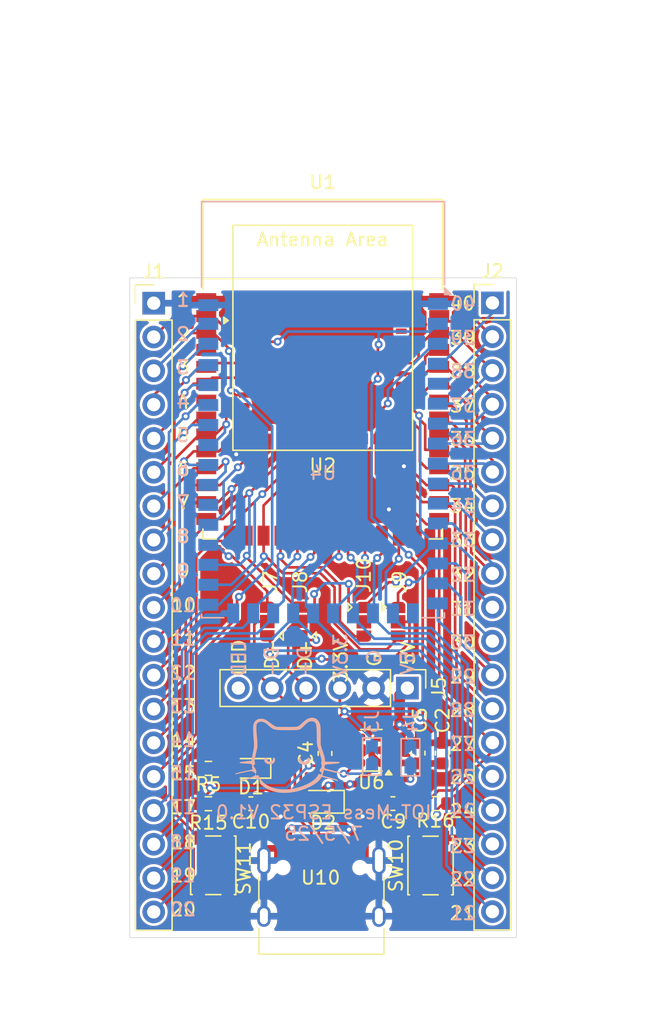
<source format=kicad_pcb>
(kicad_pcb (version 20241229) (generator "pcbnew") (generator_version "9.0")
  (layers (0 "F.Cu" signal) (2 "B.Cu" signal) (13 "F.Paste" user) (15 "B.Paste" user) (5 "F.SilkS" user "F.Silkscreen") (7 "B.SilkS" user "B.Silkscreen") (1 "F.Mask" user) (3 "B.Mask" user) (25 "Edge.Cuts" user))
  (net 0 "")
  (net 1 "5V")
  (net 2 "P1")
  (net 3 "P2")
  (net 4 "BOOT")
  (net 5 "P3")
  (net 6 "Net-(D1-A)")
  (net 7 "Net-(J3-A)")
  (net 9 "D-")
  (net 10 "D+")
  (net 14 "P10")
  (net 15 "P7")
  (net 16 "P4")
  (net 17 "P6")
  (net 18 "P9")
  (net 19 "P8")
  (net 20 "P11")
  (net 21 "P13")
  (net 22 "P14")
  (net 23 "P5")
  (net 24 "P12")
  (net 25 "P28")
  (net 26 "P36")
  (net 27 "P39")
  (net 28 "P29")
  (net 29 "P32")
  (net 30 "P35")
  (net 31 "P31")
  (net 32 "P38")
  (net 33 "P34")
  (net 34 "P30")
  (net 35 "P33")
  (net 36 "P37")
  (net 37 "P18")
  (net 38 "P23")
  (net 39 "P21")
  (net 40 "P25")
  (net 41 "P22")
  (net 42 "P24")
  (net 43 "P17")
  (net 44 "P15")
  (net 45 "P19")
  (net 46 "P20")
  (net 57 "P40")
  (net 59 "Net-(D2-K)")
  (footprint "Connector_PinHeader_2.54mm:PinHeader_1x19_P2.54mm_Vertical" (layer "F.Cu") (at 93.229 78.56)
    (property "Reference" "J1")
    (property "Value" "Conn_01x19_Pin")
  )
  (footprint "RF_Module:ESP32-C6-MINI-1" (layer "F.Cu") (at 105.929 83.860002)
    (property "Reference" "U2")
    (property "Value" "ESP32-C6-MINI-1")
  )
  (footprint "Button_Switch_SMD:SW_SPST_PTS810" (layer "F.Cu") (at 114.029 120.795002 90)
    (property "Reference" "SW10")
    (property "Value" "SW_Push")
  )
  (footprint "Diode_SMD:D_SOD-323" (layer "F.Cu") (at 105.929 116.010002 180)
    (property "Reference" "D2")
    (property "Value" "1N5819WS")
  )
  (footprint "LED_SMD:LED_0603_1608Metric" (layer "F.Cu") (at 100.538918 113.5 180)
    (property "Reference" "D1")
    (property "Value" "LED")
  )
  (footprint "Capacitor_SMD:C_0603_1608Metric" (layer "F.Cu") (at 100.529 116.155002)
    (property "Reference" "C10")
    (property "Value" ".1u")
  )
  (footprint "Connector_PinHeader_2.54mm:PinHeader_1x06_P2.54mm_Vertical" (layer "F.Cu") (at 112.289 107.470002 -90)
    (property "Reference" "J5")
    (property "Value" "Conn_01x06_Pin")
  )
  (footprint "IOT-Mess-Footprints:Jumper-3_P1.3mm_Open_RoundedPad1.0x1.5mm" (layer "F.Cu") (at 111.589 102.490002 -90)
    (property "Reference" "J9")
    (property "Value" "Jumper")
  )
  (footprint "IOT-Mess-Footprints:Jumper-3_P1.3mm_Open_RoundedPad1.0x1.5mm" (layer "F.Cu") (at 104.239 102.460001 90)
    (property "Reference" "J8")
    (property "Value" "Jumper")
  )
  (footprint "Capacitor_SMD:C_0603_1608Metric" (layer "F.Cu") (at 111.204 116.145002 180)
    (property "Reference" "C9")
    (property "Value" ".1u")
  )
  (footprint "Capacitor_SMD:C_0603_1608Metric" (layer "F.Cu") (at 114.898999 112.355002 90)
    (property "Reference" "C2")
    (property "Value" "10u")
  )
  (footprint "Connector_USB:USB_C_Receptacle_HRO_TYPE-C-31-M-12" (layer "F.Cu") (at 105.829 123.555002)
    (property "Reference" "U10")
    (property "Value" "USB_C_Receptacle_USB2.0_16P")
  )
  (footprint "IOT-Mess-Footprints:Jumper-3_P1.3mm_Open_RoundedPad1.0x1.5mm" (layer "F.Cu") (at 109.018756 102.494561 -90)
    (property "Reference" "J10")
    (property "Value" "Jumper")
  )
  (footprint "IOT-Mess-Footprints:Jumper-3_P1.3mm_Open_RoundedPad1.0x1.5mm" (layer "F.Cu") (at 101.759 102.470003 90)
    (property "Reference" "J7")
    (property "Value" "Jumper")
  )
  (footprint "Capacitor_SMD:C_0603_1608Metric" (layer "F.Cu") (at 113.099001 112.355002 90)
    (property "Reference" "C5")
    (property "Value" "1u")
  )
  (footprint "Capacitor_SMD:C_0603_1608Metric" (layer "F.Cu") (at 106.099 112.380003 90)
    (property "Reference" "C4")
    (property "Value" "1u")
  )
  (footprint "Resistor_SMD:R_0603_1608Metric" (layer "F.Cu") (at 97.339 116.155002 180)
    (property "Reference" "R15")
    (property "Value" "10K")
  )
  (footprint "Package_TO_SOT_SMD:SOT-23-5" (layer "F.Cu") (at 109.586499 112.140002 180)
    (property "Reference" "U6")
    (property "Value" "ME6211C33M5")
  )
  (footprint "Resistor_SMD:R_0603_1608Metric" (layer "F.Cu") (at 114.404 116.145002)
    (property "Reference" "R16")
    (property "Value" "10K")
  )
  (footprint "Connector_PinHeader_2.54mm:PinHeader_1x19_P2.54mm_Vertical" (layer "F.Cu") (at 118.679 78.540002)
    (property "Reference" "J2")
    (property "Value" "Conn_01x19_Pin")
  )
  (footprint "Button_Switch_SMD:SW_SPST_PTS810" (layer "F.Cu") (at 97.704 120.780002 90)
    (property "Reference" "SW11")
    (property "Value" "SW_Push")
  )
  (footprint "Resistor_SMD:R_0603_1608Metric" (layer "F.Cu") (at 97.338918 113.5)
    (property "Reference" "R5")
    (property "Value" "R")
  )
  (footprint "Espressif:ESP32-S3-WROOM-1" (layer "F.Cu") (at 105.929 86.520002)
    (property "Reference" "U1")
    (property "Value" "~")
  )
  (footprint "IOT-Mess-Footprints:Jumpper-triangle" (layer "B.Cu") (at 112.52 112.665001 90)
    (property "Reference" "J4")
    (property "Value" "Jumper_2")
  )
  (footprint "IOT-Mess-Footprints:Jumpper-triangle" (layer "B.Cu") (at 109.63 112.615001 90)
    (property "Reference" "J3")
    (property "Value" "Jumper_2")
  )
  (footprint "RF_Module:ESP32-S2-WROVER" (layer "B.Cu") (at 105.954 90.385002 180)
    (property "Reference" "U4")
    (property "Value" "ESP32-S2-WROVER")
  )
  (footprint "IOT-Mess-Footprints:catIcon8x8" (layer "B.Cu") (at 103.5 112.5 180)
    (property "Reference" "G***" (hide yes))
    (property "Value" "LOGO" (hide yes))
  )
  (gr_rect (start 91.429 76.660002) (end 120.479 126.210002) (stroke (width 0.05)) (fill no) (layer "Edge.Cuts"))
  (gr_text "21" (at 116.435 124.377928 0) (layer "F.SilkS") (effects (font (size 1 1))))
  (gr_text "5V" (at 112.340769 104.865769 90) (layer "F.SilkS") (effects (font (size 1 1))))
  (gr_text "3" (at 95.466377 83.395692 0) (layer "F.SilkS") (effects (font (size 1 1))))
  (gr_text "3.3V" (at 107.290769 105.435769 90) (layer "F.SilkS") (effects (font (size 1 1))))
  (gr_text "32" (at 116.445 98.957928 0) (layer "F.SilkS") (effects (font (size 1 1))))
  (gr_text "9" (at 95.466377 98.675691 0) (layer "F.SilkS") (effects (font (size 1 1))))
  (gr_text "1" (at 95.436376 78.31569 0) (layer "F.SilkS") (effects (font (size 1 1))))
  (gr_text "D+" (at 104.600769 104.955769 90) (layer "F.SilkS") (effects (font (size 1 1))))
  (gr_text "33" (at 116.435 96.357928 0) (layer "F.SilkS") (effects (font (size 1 1))))
  (gr_text "LED" (at 99.650769 105.175769 90) (layer "F.SilkS") (effects (font (size 1 1))))
  (gr_text "24" (at 116.435 116.707928 0) (layer "F.SilkS") (effects (font (size 1 1))))
  (gr_text "13" (at 95.466378 108.83569 0) (layer "F.SilkS") (effects (font (size 1 1))))
  (gr_text "5" (at 95.466377 88.485691 0) (layer "F.SilkS") (effects (font (size 1 1))))
  (gr_text "36" (at 116.445 88.767928 0) (layer "F.SilkS") (effects (font (size 1 1))))
  (gr_text "18" (at 95.466377 119.055692 0) (layer "F.SilkS") (effects (font (size 1 1))))
  (gr_text "14" (at 95.466378 111.38569 0) (layer "F.SilkS") (effects (font (size 1 1))))
  (gr_text "39" (at 116.445 81.177929 0) (layer "F.SilkS") (effects (font (size 1 1))))
  (gr_text "35" (at 116.445001 91.317929 0) (layer "F.SilkS") (effects (font (size 1 1))))
  (gr_text "G" (at 109.810769 105.365769 90) (layer "F.SilkS") (effects (font (size 1 1))))
  (gr_text "D-" (at 102.120769 104.955769 90) (layer "F.SilkS") (effects (font (size 1 1))))
  (gr_text "12" (at 95.466378 106.32569 0) (layer "F.SilkS") (effects (font (size 1 1))))
  (gr_text "37" (at 116.445 86.257928 0) (layer "F.SilkS") (effects (font (size 1 1))))
  (gr_text "28" (at 116.445 109.117928 0) (layer "F.SilkS") (effects (font (size 1 1))))
  (gr_text "6" (at 95.466377 91.035692 0) (layer "F.SilkS") (effects (font (size 1 1))))
  (gr_text "40" (at 116.415 78.597928 0) (layer "F.SilkS") (effects (font (size 1 1))))
  (gr_text "34" (at 116.435 93.807927 0) (layer "F.SilkS") (effects (font (size 1 1))))
  (gr_text "19" (at 95.456377 121.545691 0) (layer "F.SilkS") (effects (font (size 1 1))))
  (gr_text "17" (at 95.456377 116.425692 0) (layer "F.SilkS") (effects (font (size 1 1))))
  (gr_text "30" (at 116.445 104.047929 0) (layer "F.SilkS") (effects (font (size 1 1))))
  (gr_text "15" (at 95.456377 113.875691 0) (layer "F.SilkS") (effects (font (size 1 1))))
  (gr_text "29" (at 116.445 106.607928 0) (layer "F.SilkS") (effects (font (size 1 1))))
  (gr_text "2" (at 95.466377 80.895691 0) (layer "F.SilkS") (effects (font (size 1 1))))
  (gr_text "22" (at 116.435 121.827927 0) (layer "F.SilkS") (effects (font (size 1 1))))
  (gr_text "11" (at 95.466377 103.765691 0) (layer "F.SilkS") (effects (font (size 1 1))))
  (gr_text "31" (at 116.445 101.527929 0) (layer "F.SilkS") (effects (font (size 1 1))))
  (gr_text "4" (at 95.466378 85.97569 0) (layer "F.SilkS") (effects (font (size 1 1))))
  (gr_text "8" (at 95.456377 96.075692 0) (layer "F.SilkS") (effects (font (size 1 1))))
  (gr_text "10" (at 95.466377 101.245691 0) (layer "F.SilkS") (effects (font (size 1 1))))
  (gr_text "27" (at 116.445001 111.667929 0) (layer "F.SilkS") (effects (font (size 1 1))))
  (gr_text "25" (at 116.435 114.157927 0) (layer "F.SilkS") (effects (font (size 1 1))))
  (gr_text "20" (at 95.456377 124.095692 0) (layer "F.SilkS") (effects (font (size 1 1))))
  (gr_text "23" (at 116.445001 119.337929 0) (layer "F.SilkS") (effects (font (size 1 1))))
  (gr_text "38\n" (at 116.445 83.677929 0) (layer "F.SilkS") (effects (font (size 1 1))))
  (gr_text "7" (at 95.456377 93.525691 0) (layer "F.SilkS") (effects (font (size 1 1))))
  (gr_text "35" (at 116.471464 91.317128 0) (layer "B.SilkS") (effects (font (size 1 1)) (justify mirror)))
  (gr_text "G" (at 109.78 105.07 90) (layer "B.SilkS") (effects (font (size 1 1)) (justify mirror)))
  (gr_text "29" (at 116.471465 106.607127 0) (layer "B.SilkS") (effects (font (size 1 1)) (justify mirror)))
  (gr_text "19" (at 95.410622 121.536234 0) (layer "B.SilkS") (effects (font (size 1 1)) (justify mirror)))
  (gr_text "38\n" (at 116.471465 83.677128 0) (layer "B.SilkS") (effects (font (size 1 1)) (justify mirror)))
  (gr_text "20" (at 95.410622 124.086235 0) (layer "B.SilkS") (effects (font (size 1 1)) (justify mirror)))
  (gr_text "D+" (at 104.57 105.48 90) (layer "B.SilkS") (effects (font (size 1 1)) (justify mirror)))
  (gr_text "10" (at 95.400622 101.236234 0) (layer "B.SilkS") (effects (font (size 1 1)) (justify mirror)))
  (gr_text "5" (at 95.400622 88.476234 0) (layer "B.SilkS") (effects (font (size 1 1)) (justify mirror)))
  (gr_text "D-" (at 102.09 105.48 90) (layer "B.SilkS") (effects (font (size 1 1)) (justify mirror)))
  (gr_text "30" (at 116.471465 104.047128 0) (layer "B.SilkS") (effects (font (size 1 1)) (justify mirror)))
  (gr_text "11" (at 95.400622 103.756234 0) (layer "B.SilkS") (effects (font (size 1 1)) (justify mirror)))
  (gr_text "22" (at 116.481464 121.827126 0) (layer "B.SilkS") (effects (font (size 1 1)) (justify mirror)))
  (gr_text "40" (at 116.501465 78.597127 0) (layer "B.SilkS") (effects (font (size 1 1)) (justify mirror)))
  (gr_text "27" (at 116.471464 111.667128 0) (layer "B.SilkS") (effects (font (size 1 1)) (justify mirror)))
  (gr_text "9" (at 95.400622 98.666234 0) (layer "B.SilkS") (effects (font (size 1 1)) (justify mirror)))
  (gr_text "28" (at 116.471465 109.117127 0) (layer "B.SilkS") (effects (font (size 1 1)) (justify mirror)))
  (gr_text "23" (at 116.471464 119.337128 0) (layer "B.SilkS") (effects (font (size 1 1)) (justify mirror)))
  (gr_text "8" (at 95.410622 96.066235 0) (layer "B.SilkS") (effects (font (size 1 1)) (justify mirror)))
  (gr_text "4" (at 95.40062 85.966233 0) (layer "B.SilkS") (effects (font (size 1 1)) (justify mirror)))
  (gr_text "17" (at 95.410622 116.416235 0) (layer "B.SilkS") (effects (font (size 1 1)) (justify mirror)))
  (gr_text "6" (at 95.400622 91.026235 0) (layer "B.SilkS") (effects (font (size 1 1)) (justify mirror)))
  (gr_text "24" (at 116.481464 116.707127 0) (layer "B.SilkS") (effects (font (size 1 1)) (justify mirror)))
  (gr_text "2" (at 95.400622 80.886234 0) (layer "B.SilkS") (effects (font (size 1 1)) (justify mirror)))
  (gr_text "3" (at 95.400622 83.386235 0) (layer "B.SilkS") (effects (font (size 1 1)) (justify mirror)))
  (gr_text "LED" (at 99.62 105.26 90) (layer "B.SilkS") (effects (font (size 1 1)) (justify mirror)))
  (gr_text "7" (at 95.410622 93.516234 0) (layer "B.SilkS") (effects (font (size 1 1)) (justify mirror)))
  (gr_text "18" (at 95.400622 119.046235 0) (layer "B.SilkS") (effects (font (size 1 1)) (justify mirror)))
  (gr_text "21" (at 116.481464 124.377127 0) (layer "B.SilkS") (effects (font (size 1 1)) (justify mirror)))
  (gr_text "34" (at 116.481464 93.807126 0) (layer "B.SilkS") (effects (font (size 1 1)) (justify mirror)))
  (gr_text "31" (at 116.471465 101.527128 0) (layer "B.SilkS") (effects (font (size 1 1)) (justify mirror)))
  (gr_text "32" (at 116.471465 98.957127 0) (layer "B.SilkS") (effects (font (size 1 1)) (justify mirror)))
  (gr_text "14" (at 95.400621 111.376233 0) (layer "B.SilkS") (effects (font (size 1 1)) (justify mirror)))
  (gr_text "25" (at 116.481464 114.157126 0) (layer "B.SilkS") (effects (font (size 1 1)) (justify mirror)))
  (gr_text "5V" (at 112.31 105.57 90) (layer "B.SilkS") (effects (font (size 1 1)) (justify mirror)))
  (gr_text "3.3V" (at 107.26 105 90) (layer "B.SilkS") (effects (font (size 1 1)) (justify mirror)))
  (gr_text "36" (at 116.471465 88.767127 0) (layer "B.SilkS") (effects (font (size 1 1)) (justify mirror)))
  (gr_text "37" (at 116.471465 86.257127 0) (layer "B.SilkS") (effects (font (size 1 1)) (justify mirror)))
  (gr_text "12" (at 95.40062 106.316233 0) (layer "B.SilkS") (effects (font (size 1 1)) (justify mirror)))
  (gr_text "15" (at 95.410622 113.866234 0) (layer "B.SilkS") (effects (font (size 1 1)) (justify mirror)))
  (gr_text "39" (at 116.471465 81.177128 0) (layer "B.SilkS") (effects (font (size 1 1)) (justify mirror)))
  (gr_text "33" (at 116.481464 96.357127 0) (layer "B.SilkS") (effects (font (size 1 1)) (justify mirror)))
  (gr_text "1" (at 95.430623 78.306233 0) (layer "B.SilkS") (effects (font (size 1 1)) (justify mirror)))
  (gr_text "13" (at 95.40062 108.826233 0) (layer "B.SilkS") (effects (font (size 1 1)) (justify mirror)))
  (gr_text "IOT_Mess ESP32 V1.0\n7/5/25" (at 106 119 0) (layer "B.SilkS") (effects (font (size 1 1)) (justify bottom mirror)))
  (segment (start 112.229998 107.470002) (end 111.7065 107.9935) (width 0.8) (layer "F.Cu") (net 1))
  (segment (start 110.0615 111.190003) (end 110.723999 111.190003) (width 0.5) (layer "F.Cu") (net 1))
  (segment (start 108.42 114.68) (end 107.98 114.68) (width 0.5) (layer "F.Cu") (net 1))
  (segment (start 106.35 114.78) (end 107.88 114.78) (width 0.5) (layer "F.Cu") (net 1))
  (segment (start 109.610499 111.641004) (end 110.0615 111.190003) (width 0.5) (layer "F.Cu") (net 1))
  (segment (start 110.009999 113.090001) (end 108.42 114.68) (width 0.5) (layer "F.Cu") (net 1))
  (segment (start 109.610499 112.543102) (end 109.610499 111.641004) (width 0.5) (layer "F.Cu") (net 1))
  (segment (start 105.119998 116.010002) (end 106.35 114.78) (width 0.5) (layer "F.Cu") (net 1))
  (segment (start 111.7065 107.9935) (end 111.7065 110.207502) (width 0.8) (layer "F.Cu") (net 1))
  (segment (start 107.88 114.78) (end 107.98 114.68) (width 0.5) (layer "F.Cu") (net 1))
  (segment (start 110.723999 113.090001) (end 110.157398 113.090001) (width 0.5) (layer "F.Cu") (net 1))
  (segment (start 110.723999 113.090001) (end 110.009999 113.090001) (width 0.5) (layer "F.Cu") (net 1))
  (segment (start 113.099001 113.130002) (end 114.898999 113.130002) (width 0.5) (layer "F.Cu") (net 1))
  (segment (start 112.289 107.470002) (end 112.229998 107.470002) (width 0.8) (layer "F.Cu") (net 1))
  (segment (start 110.723999 111.190003) (end 111.7065 110.207502) (width 0.5) (layer "F.Cu") (net 1))
  (segment (start 104.879 116.010002) (end 105.119998 116.010002) (width 0.5) (layer "F.Cu") (net 1))
  (segment (start 110.723999 113.090001) (end 113.059 113.090001) (width 0.5) (layer "F.Cu") (net 1))
  (segment (start 110.157398 113.090001) (end 109.610499 112.543102) (width 0.5) (layer "F.Cu") (net 1))
  (segment (start 113.059 113.090001) (end 113.099001 113.130002) (width 0.5) (layer "F.Cu") (net 1))
  (via (at 111.7065 110.207502) (size 0.6) (drill 0.3) (layers "F.Cu" "B.Cu") (net 1))
  (via (at 107.98 114.68) (size 0.6) (drill 0.3) (layers "F.Cu" "B.Cu") (net 1))
  (via (at 106.35 114.78) (size 0.6) (drill 0.3) (layers "F.Cu" "B.Cu") (net 1))
  (segment (start 111.606499 110.207502) (end 111.7065 110.207502) (width 0.2) (layer "B.Cu") (net 1))
  (segment (start 107.98 114.68) (end 107.88 114.78) (width 0.2) (layer "B.Cu") (net 1))
  (segment (start 112.52 111.021002) (end 111.7065 110.207502) (width 0.5) (layer "B.Cu") (net 1))
  (segment (start 112.52 111.940002) (end 112.52 111.021002) (width 0.5) (layer "B.Cu") (net 1))
  (segment (start 100.029 89.310002) (end 100.029 87.860002) (width 0.2) (layer "F.Cu") (net 2))
  (segment (start 102.729 88.760002) (end 102.729 87.680002) (width 0.2) (layer "F.Cu") (net 2))
  (segment (start 108.929 117.105002) (end 109.209 117.105002) (width 0.2) (layer "F.Cu") (net 2))
  (segment (start 102.779 117.110002) (end 102.534 117.110002) (width 0.2) (layer "F.Cu") (net 2))
  (segment (start 101.029 116.155002) (end 101.304 116.155002) (width 0.2) (layer "F.Cu") (net 2))
  (segment (start 98.779 118.405002) (end 101.029 116.155002) (width 0.2) (layer "F.Cu") (net 2))
  (segment (start 98.779 118.405002) (end 98.779 122.555002) (width 0.2) (layer "F.Cu") (net 2))
  (segment (start 101.579 116.155002) (end 101.304 116.155002) (width 0.2) (layer "F.Cu") (net 2))
  (segment (start 109.749 107.470002) (end 109.439 107.780002) (width 0.2) (layer "F.Cu") (net 2))
  (segment (start 102.729 87.680002) (end 103.029 87.380002) (width 0.2) (layer "F.Cu") (net 2))
  (segment (start 99.429 89.910002) (end 100.029 89.310002) (width 0.2) (layer "F.Cu") (net 2))
  (segment (start 111.879 90.660002) (end 112.029 90.810002) (width 0.2) (layer "F.Cu") (net 2))
  (segment (start 111.879 89.160002) (end 111.879 90.660002) (width 0.2) (layer "F.Cu") (net 2))
  (segment (start 109.209 117.105002) (end 110.169 116.145002) (width 0.2) (layer "F.Cu") (net 2))
  (segment (start 115.104 118.720002) (end 115.104 122.870002) (width 0.2) (layer "F.Cu") (net 2))
  (segment (start 102.534 117.110002) (end 101.579 116.155002) (width 0.2) (layer "F.Cu") (net 2))
  (via (at 110.899 94.050002) (size 0.6) (drill 0.3) (layers "F.Cu" "B.Cu") (net 2))
  (via (at 99.429 89.910002) (size 0.6) (drill 0.3) (layers "F.Cu" "B.Cu") (net 2))
  (via (at 108.929 117.105002) (size 0.6) (drill 0.3) (layers "F.Cu" "B.Cu") (net 2))
  (via (at 112.029 90.810002) (size 0.6) (drill 0.3) (layers "F.Cu" "B.Cu") (net 2))
  (via (at 102.779 117.110002) (size 0.6) (drill 0.3) (layers "F.Cu" "B.Cu") (net 2))
  (segment (start 102.884 117.110002) (end 108.924 117.110002) (width 0.2) (layer "B.Cu") (net 2))
  (segment (start 108.924 117.110002) (end 108.929 117.105002) (width 0.2) (layer "B.Cu") (net 2))
  (segment (start 102.779 117.110002) (end 102.779 117.005002) (width 0.2) (layer "B.Cu") (net 2))
  (segment (start 102.779 117.005002) (end 102.884 117.110002) (width 0.2) (layer "B.Cu") (net 2))
  (segment (start 97.439 115.230002) (end 96.514 116.155002) (width 0.2) (layer "F.Cu") (net 3))
  (segment (start 102.539 81.450002) (end 102.529 81.460002) (width 0.2) (layer "F.Cu") (net 3))
  (segment (start 107.569 109.220002) (end 106.875 109.914002) (width 0.2) (layer "F.Cu") (net 3))
  (segment (start 106.875 109.914002) (end 106.875 112.379004) (width 0.2) (layer "F.Cu") (net 3))
  (segment (start 105.954001 113.300002) (end 106.099 113.155003) (width 0.2) (layer "F.Cu") (net 3))
  (segment (start 94.799 79.530002) (end 97.179 79.530002) (width 0.2) (layer "F.Cu") (net 3))
  (segment (start 104.878 113.300002) (end 105.954001 113.300002) (width 0.2) (layer "F.Cu") (net 3))
  (segment (start 110.07 81.72) (end 110.13 81.66) (width 0.2) (layer "F.Cu") (net 3))
  (segment (start 106.875 112.379004) (end 106.099 113.155003) (width 0.2) (layer "F.Cu") (net 3))
  (segment (start 99.627 81.460002) (end 100.029 81.460002) (width 0.2) (layer "F.Cu") (net 3))
  (segment (start 110.07 84.24) (end 110.07 81.72) (width 0.2) (layer "F.Cu") (net 3))
  (segment (start 97.179 79.530002) (end 97.697 79.530002) (width 0.2) (layer "F.Cu") (net 3))
  (segment (start 102.529 81.460002) (end 100.029 81.460002) (width 0.2) (layer "F.Cu") (net 3))
  (segment (start 97.697 79.530002) (end 99.627 81.460002) (width 0.2) (layer "F.Cu") (net 3))
  (segment (start 107.209001 107.470002) (end 107.209001 108.860003) (width 0.2) (layer "F.Cu") (net 3))
  (segment (start 96.513918 113.5) (end 96.513918 114.05492) (width 0.2) (layer "F.Cu") (net 3))
  (segment (start 113.44 98.512042) (end 112.38401 97.456052) (width 0.2) (layer "F.Cu") (net 3))
  (segment (start 96.513918 114.05492) (end 97.439 114.980002) (width 0.2) (layer "F.Cu") (net 3))
  (segment (start 93.229 81.100002) (end 94.799 79.530002) (width 0.2) (layer "F.Cu") (net 3))
  (segment (start 113.44 109.51) (end 113.44 98.512042) (width 0.2) (layer "F.Cu") (net 3))
  (segment (start 114.529 116.960002) (end 114.529 116.585002) (width 0.2) (layer "F.Cu") (net 3))
  (segment (start 114.529 116.585002) (end 114.969 116.145002) (width 0.2) (layer "F.Cu") (net 3))
  (segment (start 107.209001 108.860003) (end 107.569 109.220002) (width 0.2) (layer "F.Cu") (net 3))
  (segment (start 113.25 109.7) (end 113.44 109.51) (width 0.2) (layer "F.Cu") (net 3))
  (segment (start 97.439 114.980002) (end 97.439 115.230002) (width 0.2) (layer "F.Cu") (net 3))
  (via (at 113.25 109.7) (size 0.6) (drill 0.3) (layers "F.Cu" "B.Cu") (net 3))
  (via (at 102.539 81.450002) (size 0.6) (drill 0.3) (layers "F.Cu" "B.Cu") (net 3))
  (via (at 107.569 109.220002) (size 0.6) (drill 0.3) (layers "F.Cu" "B.Cu") (net 3))
  (via (at 110.13 81.66) (size 0.6) (drill 0.3) (layers "F.Cu" "B.Cu") (net 3))
  (via (at 97.439 114.980002) (size 0.6) (drill 0.3) (layers "F.Cu" "B.Cu") (net 3))
  (via (at 104.878 113.300002) (size 0.6) (drill 0.3) (layers "F.Cu" "B.Cu") (net 3))
  (via (at 114.529 116.960002) (size 0.6) (drill 0.3) (layers "F.Cu" "B.Cu") (net 3))
  (via (at 110.07 84.24) (size 0.6) (drill 0.3) (layers "F.Cu" "B.Cu") (net 3))
  (via (at 112.38401 97.456052) (size 0.6) (drill 0.3) (layers "F.Cu" "B.Cu") (net 3))
  (segment (start 109.6 87.61) (end 109.6 94.672042) (width 0.2) (layer "B.Cu") (net 3))
  (segment (start 114.4 116.831002) (end 114.529 116.960002) (width 0.2) (layer "B.Cu") (net 3))
  (segment (start 113.389998 109.759998) (end 114.4 110.77) (width 0.2) (layer "B.Cu") (net 3))
  (segment (start 112.770002 109.220002) (end 110.77 109.220002) (width 0.2) (layer "B.Cu") (net 3))
  (segment (start 103.299 80.690002) (end 110.199 80.690002) (width 0.2) (layer "B.Cu") (net 3))
  (segment (start 110.199 80.690002) (end 110.31 80.690002) (width 0.2) (layer "B.Cu") (net 3))
  (segment (start 110.77 109.220002) (end 107.569 109.220002) (width 0.2) (layer "B.Cu") (net 3))
  (segment (start 102.539 81.450002) (end 103.299 80.690002) (width 0.2) (layer "B.Cu") (net 3))
  (segment (start 109.63 111.890002) (end 109.63 111.281002) (width 0.2) (layer "B.Cu") (net 3))
  (segment (start 114.4 110.77) (end 114.4 116.831002) (width 0.2) (layer "B.Cu") (net 3))
  (segment (start 113.25 109.7) (end 112.770002 109.220002) (width 0.2) (layer "B.Cu") (net 3))
  (segment (start 113.25 109.7) (end 113.190002 109.759998) (width 0.2) (layer "B.Cu") (net 3))
  (segment (start 109.6 84.71) (end 110.07 84.24) (width 0.2) (layer "B.Cu") (net 3))
  (segment (start 110.31 80.690002) (end 113.999 80.690002) (width 0.2) (layer "B.Cu") (net 3))
  (segment (start 113.190002 109.759998) (end 113.389998 109.759998) (width 0.2) (layer "B.Cu") (net 3))
  (segment (start 104.878 113.300002) (end 103.198 114.980002) (width 0.2) (layer "B.Cu") (net 3))
  (segment (start 103.198 114.980002) (end 97.439 114.980002) (width 0.2) (layer "B.Cu") (net 3))
  (segment (start 109.6 94.672042) (end 112.38401 97.456052) (width 0.2) (layer "B.Cu") (net 3))
  (segment (start 110.13 80.870002) (end 110.31 80.690002) (width 0.2) (layer "B.Cu") (net 3))
  (segment (start 110.13 81.66) (end 110.13 80.870002) (width 0.2) (layer "B.Cu") (net 3))
  (segment (start 109.6 87.61) (end 109.6 84.71) (width 0.2) (layer "B.Cu") (net 3))
  (segment (start 113.999 80.690002) (end 114.579 80.110002) (width 0.2) (layer "B.Cu") (net 3))
  (segment (start 109.63 111.281002) (end 107.569 109.220002) (width 0.2) (layer "B.Cu") (net 3))
  (segment (start 109.929 88.29) (end 109.929 91.370002) (width 0.2) (layer "F.Cu") (net 4))
  (segment (start 110.82 86.09) (end 110.2 86.71) (width 0.2) (layer "F.Cu") (net 4))
  (segment (start 113.579 118.355002) (end 113.214 118.720002) (width 0.2) (layer "F.Cu") (net 4))
  (segment (start 112.954 123.240002) (end 112.954 119.090002) (width 0.2) (layer "F.Cu") (net 4))
  (segment (start 110.2 86.71) (end 110.2 88.019) (width 0.2) (layer "F.Cu") (net 4))
  (segment (start 111.979 116.145002) (end 113.579 116.145002) (width 0.2) (layer "F.Cu") (net 4))
  (segment (start 113.319 116.145002) (end 113.644 116.145002) (width 0.2) (layer "F.Cu") (net 4))
  (segment (start 118.679 112.210002) (end 118.679 111.560002) (width 0.2) (layer "F.Cu") (net 4))
  (segment (start 114.629 115.160002) (end 115.729 115.160002) (width 0.2) (layer "F.Cu") (net 4))
  (segment (start 115.729 115.160002) (end 118.679 112.210002) (width 0.2) (layer "F.Cu") (net 4))
  (segment (start 110.2 88.019) (end 109.929 88.29) (width 0.2) (layer "F.Cu") (net 4))
  (segment (start 113.579 116.145002) (end 113.579 118.355002) (width 0.2) (layer "F.Cu") (net 4))
  (segment (start 114.679 107.580002) (end 118.679 111.580002) (width 0.2) (layer "F.Cu") (net 4))
  (segment (start 114.679 95.170002) (end 114.679 107.580002) (width 0.2) (layer "F.Cu") (net 4))
  (segment (start 113.729 95.170002) (end 114.679 95.170002) (width 0.2) (layer "F.Cu") (net 4))
  (segment (start 113.644 116.145002) (end 114.629 115.160002) (width 0.2) (layer "F.Cu") (net 4))
  (segment (start 118.679 112.260002) (end 118.679 111.560002) (width 0.2) (layer "F.Cu") (net 4))
  (segment (start 109.929 91.370002) (end 113.729 95.170002) (width 0.2) (layer "F.Cu") (net 4))
  (via (at 110.82 86.09) (size 0.6) (drill 0.3) (layers "F.Cu" "B.Cu") (net 4))
  (segment (start 110.82 86.09) (end 110.82 85.069002) (width 0.2) (layer "B.Cu") (net 4))
  (segment (start 114.279 81.610002) (end 114.579 81.610002) (width 0.2) (layer "B.Cu") (net 4))
  (segment (start 110.82 85.069002) (end 114.279 81.610002) (width 0.2) (layer "B.Cu") (net 4))
  (segment (start 94.529 116.605002) (end 96.629 118.705002) (width 0.2) (layer "F.Cu") (net 5))
  (segment (start 96.83 104.829002) (end 96.83 111.086102) (width 0.2) (layer "F.Cu") (net 5))
  (segment (start 96.629 122.555002) (end 96.629 118.405002) (width 0.2) (layer "F.Cu") (net 5))
  (segment (start 98.879 81.968002) (end 97.711 80.800002) (width 0.2) (layer "F.Cu") (net 5))
  (segment (start 98.164 116.155002) (end 98.164 116.870002) (width 0.2) (layer "F.Cu") (net 5))
  (segment (start 99.489 100.75) (end 99.489 102.170002) (width 0.2) (layer "F.Cu") (net 5))
  (segment (start 97.711 80.800002) (end 97.179 80.800002) (width 0.2) (layer "F.Cu") (net 5))
  (segment (start 99.379 85.460002) (end 100.029 85.460002) (width 0.2) (layer "F.Cu") (net 5))
  (segment (start 96.83 111.086102) (end 94.529 113.387102) (width 0.2) (layer "F.Cu") (net 5))
  (segment (start 98.164 116.870002) (end 96.629 118.405002) (width 0.2) (layer "F.Cu") (net 5))
  (segment (start 99.489 102.170002) (end 96.83 104.829002) (width 0.2) (layer "F.Cu") (net 5))
  (segment (start 98.164 116.155002) (end 99.789 116.155002) (width 0.2) (layer "F.Cu") (net 5))
  (segment (start 99.029 85.110002) (end 99.379 85.460002) (width 0.2) (layer "F.Cu") (net 5))
  (segment (start 96.069 80.800002) (end 97.179 80.800002) (width 0.2) (layer "F.Cu") (net 5))
  (segment (start 94.529 113.387102) (end 94.529 116.605002) (width 0.2) (layer "F.Cu") (net 5))
  (segment (start 93.229 83.640002) (end 96.069 80.800002) (width 0.2) (layer "F.Cu") (net 5))
  (segment (start 98.879 82.160002) (end 98.879 81.968002) (width 0.2) (layer "F.Cu") (net 5))
  (via (at 99.029 85.110002) (size 0.6) (drill 0.3) (layers "F.Cu" "B.Cu") (net 5))
  (via (at 99.629 100.61) (size 0.6) (drill 0.3) (layers "F.Cu" "B.Cu") (net 5))
  (via (at 98.879 82.160002) (size 0.6) (drill 0.3) (layers "F.Cu" "B.Cu") (net 5))
  (segment (start 99.429 85.110002) (end 99.029 85.110002) (width 0.2) (layer "B.Cu") (net 5))
  (segment (start 97.329 80.110002) (end 96.759 80.110002) (width 0.2) (layer "B.Cu") (net 5))
  (segment (start 96.759 80.110002) (end 93.229 83.640002) (width 0.2) (layer "B.Cu") (net 5))
  (segment (start 102.129 98.130002) (end 102.129 87.810002) (width 0.2) (layer "B.Cu") (net 5))
  (segment (start 99.789002 100.47) (end 102.129 98.130002) (width 0.2) (layer "B.Cu") (net 5))
  (segment (start 99.029 82.310002) (end 99.029 85.110002) (width 0.2) (layer "B.Cu") (net 5))
  (segment (start 98.879 82.160002) (end 99.029 82.310002) (width 0.2) (layer "B.Cu") (net 5))
  (segment (start 102.129 87.810002) (end 99.429 85.110002) (width 0.2) (layer "B.Cu") (net 5))
  (segment (start 99.751418 113.5) (end 98.163918 113.5) (width 0.2) (layer "F.Cu") (net 6))
  (segment (start 107.5 113.9) (end 107.639 113.9) (width 0.2) (layer "F.Cu") (net 7))
  (segment (start 107.639 113.9) (end 108.448999 113.090001) (width 0.2) (layer "F.Cu") (net 7))
  (via (at 107.5 113.9) (size 0.6) (drill 0.3) (layers "F.Cu" "B.Cu") (net 7))
  (segment (start 109.07 113.9) (end 107.5 113.9) (width 0.2) (layer "B.Cu") (net 7))
  (segment (start 109.63 113.34) (end 109.07 113.9) (width 0.2) (layer "B.Cu") (net 7))
  (segment (start 100.7855 106.126502) (end 102.129 107.470002) (width 0.2) (layer "F.Cu") (net 9))
  (segment (start 102.129 107.470002) (end 103.837 109.178002) (width 0.2) (layer "F.Cu") (net 9))
  (segment (start 112.339 102.490002) (end 111.589 102.490002) (width 0.2) (layer "F.Cu") (net 9))
  (segment (start 105.849 105.260002) (end 105.909 105.320002) (width 0.2) (layer "F.Cu") (net 9))
  (segment (start 101.759 102.470003) (end 101.009 102.470003) (width 0.2) (layer "F.Cu") (net 9))
  (segment (start 103.837 109.178002) (end 103.837 117.018002) (width 0.2) (layer "F.Cu") (net 9))
  (segment (start 106.03 120.536002) (end 106.079 120.487002) (width 0.2) (layer "F.Cu") (net 9))
  (segment (start 112.445 104.051102) (end 112.445 102.596002) (width 0.2) (layer "F.Cu") (net 9))
  (segment (start 111.1761 105.320002) (end 112.445 104.051102) (width 0.2) (layer "F.Cu") (net 9))
  (segment (start 103.837 117.018002) (end 105.079 118.260002) (width 0.2) (layer "F.Cu") (net 9))
  (segment (start 100.7855 102.693503) (end 100.7855 106.126502) (width 0.2) (layer "F.Cu") (net 9))
  (segment (start 112.445 102.596002) (end 112.339 102.490002) (width 0.2) (layer "F.Cu") (net 9))
  (segment (start 105.909 105.320002) (end 111.1761 105.320002) (width 0.2) (layer "F.Cu") (net 9))
  (segment (start 105.079 120.487002) (end 105.128 120.536002) (width 0.2) (layer "F.Cu") (net 9))
  (segment (start 105.079 118.260002) (end 105.079 119.510002) (width 0.2) (layer "F.Cu") (net 9))
  (segment (start 105.128 120.536002) (end 106.03 120.536002) (width 0.2) (layer "F.Cu") (net 9))
  (segment (start 101.009 102.470003) (end 100.7855 102.693503) (width 0.2) (layer "F.Cu") (net 9))
  (segment (start 106.079 120.487002) (end 106.079 119.510002) (width 0.2) (layer "F.Cu") (net 9))
  (segment (start 105.079 119.510002) (end 105.079 120.487002) (width 0.2) (layer "F.Cu") (net 9))
  (segment (start 101.429 102.342501) (end 101.6415 102.130001) (width 0.2) (layer "F.Cu") (net 9))
  (via (at 105.849 105.260002) (size 0.6) (drill 0.3) (layers "F.Cu" "B.Cu") (net 9))
  (segment (start 104.339 105.260002) (end 102.129 107.470002) (width 0.2) (layer "B.Cu") (net 9))
  (segment (start 105.849 105.260002) (end 104.339 105.260002) (width 0.2) (layer "B.Cu") (net 9))
  (segment (start 106.555 118.484002) (end 106.429 118.484002) (width 0.2) (layer "F.Cu") (net 10))
  (segment (start 106.579 118.533002) (end 106.579 119.510002) (width 0.2) (layer "F.Cu") (net 10))
  (segment (start 105.628 118.241902) (end 105.628 118.484002) (width 0.2) (layer "F.Cu") (net 10))
  (segment (start 106.429 118.484002) (end 106.53 118.484002) (width 0.2) (layer "F.Cu") (net 10))
  (segment (start 104.278 106.991002) (end 104.278 116.891902) (width 0.2) (layer "F.Cu") (net 10))
  (segment (start 107.869 99.651472) (end 107.869 101.677558) (width 0.2) (layer "F.Cu") (net 10))
  (segment (start 108.686003 102.494561) (end 109.018756 102.494561) (width 0.2) (layer "F.Cu") (net 10))
  (segment (start 104.669 107.470002) (end 104.238 107.901002) (width 0.2) (layer "F.Cu") (net 10))
  (segment (start 106.53 118.484002) (end 106.579 118.533002) (width 0.2) (layer "F.Cu") (net 10))
  (segment (start 103.333 103.033248) (end 103.333 106.134002) (width 0.2) (layer "F.Cu") (net 10))
  (segment (start 104.579001 102.460001) (end 104.239 102.460001) (width 0.2) (layer "F.Cu") (net 10))
  (segment (start 105.279 100.400002) (end 105.319 100.440002) (width 0.2) (layer "F.Cu") (net 10))
  (segment (start 103.906247 102.460001) (end 103.333 103.033248) (width 0.2) (layer "F.Cu") (net 10))
  (segment (start 105.319 100.440002) (end 105.319 101.720002) (width 0.2) (layer "F.Cu") (net 10))
  (segment (start 105.319 101.720002) (end 104.579001 102.460001) (width 0.2) (layer "F.Cu") (net 10))
  (segment (start 104.278 116.891902) (end 105.628 118.241902) (width 0.2) (layer "F.Cu") (net 10))
  (segment (start 105.579 118.533002) (end 105.628 118.484002) (width 0.2) (layer "F.Cu") (net 10))
  (segment (start 105.628 118.484002) (end 106.429 118.484002) (width 0.2) (layer "F.Cu") (net 10))
  (segment (start 107.869 101.677558) (end 108.686003 102.494561) (width 0.2) (layer "F.Cu") (net 10))
  (segment (start 103.333 106.134002) (end 104.669 107.470002) (width 0.2) (layer "F.Cu") (net 10))
  (segment (start 105.579 119.510002) (end 105.579 118.533002) (width 0.2) (layer "F.Cu") (net 10))
  (segment (start 107.879735 99.640737) (end 107.869 99.651472) (width 0.2) (layer "F.Cu") (net 10))
  (via (at 107.879735 99.640737) (size 0.6) (drill 0.3) (layers "F.Cu" "B.Cu") (net 10))
  (via (at 105.279 100.400002) (size 0.6) (drill 0.3) (layers "F.Cu" "B.Cu") (net 10))
  (segment (start 105.279 100.380002) (end 105.279 100.400002) (width 0.2) (layer "B.Cu") (net 10))
  (segment (start 107.839 99.600002) (end 106.059 99.600002) (width 0.2) (layer "B.Cu") (net 10))
  (segment (start 106.059 99.600002) (end 105.279 100.380002) (width 0.2) (layer "B.Cu") (net 10))
  (segment (start 107.879735 99.640737) (end 107.839 99.600002) (width 0.2) (layer "B.Cu") (net 10))
  (segment (start 95.654 90.265002) (end 96.229 89.690002) (width 0.2) (layer "F.Cu") (net 14))
  (segment (start 96.229 89.690002) (end 97.179 89.690002) (width 0.2) (layer "F.Cu") (net 14))
  (segment (start 99.28 88.539002) (end 98.129 89.690002) (width 0.2) (layer "F.Cu") (net 14))
  (segment (start 95.654 90.283532) (end 95.654 90.265002) (width 0.2) (layer "F.Cu") (net 14))
  (segment (start 99.631057 87.060002) (end 99.28 87.411059) (width 0.2) (layer "F.Cu") (net 14))
  (segment (start 98.129 89.690002) (end 97.179 89.690002) (width 0.2) (layer "F.Cu") (net 14))
  (segment (start 100.029 87.060002) (end 99.631057 87.060002) (width 0.2) (layer "F.Cu") (net 14))
  (segment (start 99.28 87.411059) (end 99.28 88.539002) (width 0.2) (layer "F.Cu") (net 14))
  (segment (start 95.503265 90.434267) (end 95.654 90.283532) (width 0.2) (layer "F.Cu") (net 14))
  (via (at 95.503265 90.434267) (size 0.6) (drill 0.3) (layers "F.Cu" "B.Cu") (net 14))
  (segment (start 95.503265 90.434267) (end 95.18 90.757532) (width 0.2) (layer "B.Cu") (net 14))
  (segment (start 95.18 90.757532) (end 95.18 99.469002) (width 0.2) (layer "B.Cu") (net 14))
  (segment (start 95.603265 90.434267) (end 95.879 90.710002) (width 0.2) (layer "B.Cu") (net 14))
  (segment (start 95.503265 90.434267) (end 95.603265 90.434267) (width 0.2) (layer "B.Cu") (net 14))
  (segment (start 95.879 90.710002) (end 97.329 90.710002) (width 0.2) (layer "B.Cu") (net 14))
  (segment (start 95.18 99.469002) (end 93.229 101.420002) (width 0.2) (layer "B.Cu") (net 14))
  (segment (start 95.629 87.060002) (end 96.809 85.880002) (width 0.2) (layer "F.Cu") (net 15))
  (segment (start 96.809 85.880002) (end 97.179 85.880002) (width 0.2) (layer "F.Cu") (net 15))
  (via (at 95.629 87.060002) (size 0.6) (drill 0.3) (layers "F.Cu" "B.Cu") (net 15))
  (segment (start 96.479 86.210002) (end 97.329 86.210002) (width 0.2) (layer "B.Cu") (net 15))
  (segment (start 95.579 87.060002) (end 94.379 88.260002) (width 0.2) (layer "B.Cu") (net 15))
  (segment (start 94.379 92.650002) (end 93.229 93.800002) (width 0.2) (layer "B.Cu") (net 15))
  (segment (start 94.379 88.260002) (end 94.379 92.650002) (width 0.2) (layer "B.Cu") (net 15))
  (segment (start 95.629 87.060002) (end 96.479 86.210002) (width 0.2) (layer "B.Cu") (net 15))
  (segment (start 95.629 87.060002) (end 95.579 87.060002) (width 0.2) (layer "B.Cu") (net 15))
  (segment (start 97.179 82.070002) (end 96.647 82.070002) (width 0.2) (layer "F.Cu") (net 16))
  (segment (start 93.229 85.488002) (end 95.418 83.299002) (width 0.2) (layer "F.Cu") (net 16))
  (segment (start 93.229 86.180002) (end 93.229 85.488002) (width 0.2) (layer "F.Cu") (net 16))
  (segment (start 96.647 82.070002) (end 95.418 83.299002) (width 0.2) (layer "F.Cu") (net 16))
  (via (at 95.418 83.299002) (size 0.6) (drill 0.3) (layers "F.Cu" "B.Cu") (net 16))
  (segment (start 97.107 81.610002) (end 97.329 81.610002) (width 0.2) (layer "B.Cu") (net 16))
  (segment (start 95.418 83.299002) (end 97.107 81.610002) (width 0.2) (layer "B.Cu") (net 16))
  (segment (start 93.229 85.410002) (end 93.229 86.180002) (width 0.2) (layer "B.Cu") (net 16))
  (segment (start 97.329 81.610002) (end 97.029 81.610002) (width 0.2) (layer "B.Cu") (net 16))
  (segment (start 94.781 89.708002) (end 93.229 91.260002) (width 0.2) (layer "F.Cu") (net 17))
  (segment (start 97.63 84.159002) (end 99.73 84.159002) (width 0.2) (layer "F.Cu") (net 17))
  (segment (start 99.73 84.159002) (end 100.029 83.860002) (width 0.2) (layer "F.Cu") (net 17))
  (segment (start 97.179 84.610002) (end 97.63 84.159002) (width 0.2) (layer "F.Cu") (net 17))
  (segment (start 96.229 84.610002) (end 95.554 85.285002) (width 0.2) (layer "F.Cu") (net 17))
  (segment (start 94.781 86.058002) (end 94.781 89.708002) (width 0.2) (layer "F.Cu") (net 17))
  (segment (start 97.179 84.610002) (end 96.229 84.610002) (width 0.2) (layer "F.Cu") (net 17))
  (segment (start 95.554 85.285002) (end 94.781 86.058002) (width 0.2) (layer "F.Cu") (net 17))
  (via (at 95.554 85.285002) (size 0.6) (drill 0.3) (layers "F.Cu" "B.Cu") (net 17))
  (segment (start 97.329 84.710002) (end 96.129 84.710002) (width 0.2) (layer "B.Cu") (net 17))
  (segment (start 96.129 84.710002) (end 95.554 85.285002) (width 0.2) (layer "B.Cu") (net 17))
  (segment (start 98.679 87.660002) (end 98.679 86.760002) (width 0.2) (layer "F.Cu") (net 18))
  (segment (start 94.38 90.709002) (end 94.38 97.729002) (width 0.2) (layer "F.Cu") (net 18))
  (segment (start 98.679 87.660002) (end 98.629 87.660002) (width 0.2) (layer "F.Cu") (net 18))
  (segment (start 94.38 97.729002) (end 93.229 98.880002) (width 0.2) (layer "F.Cu") (net 18))
  (segment (start 97.869 88.420002) (end 97.179 88.420002) (width 0.2) (layer "F.Cu") (net 18))
  (segment (start 97.179 88.420002) (end 96.669 88.420002) (width 0.2) (layer "F.Cu") (net 18))
  (segment (start 99.179 86.260002) (end 100.029 86.260002) (width 0.2) (layer "F.Cu") (net 18))
  (segment (start 98.629 87.660002) (end 97.869 88.420002) (width 0.2) (layer "F.Cu") (net 18))
  (segment (start 96.669 88.420002) (end 94.38 90.709002) (width 0.2) (layer "F.Cu") (net 18))
  (segment (start 98.679 86.760002) (end 99.179 86.260002) (width 0.2) (layer "F.Cu") (net 18))
  (via (at 98.679 87.660002) (size 0.6) (drill 0.3) (layers "F.Cu" "B.Cu") (net 18))
  (segment (start 98.579001 87.760001) (end 98.579001 88.260001) (width 0.2) (layer "B.Cu") (net 18))
  (segment (start 98.679 87.660002) (end 98.579001 87.760001) (width 0.2) (layer "B.Cu") (net 18))
  (segment (start 98.579001 88.260001) (end 97.628999 89.210003) (width 0.2) (layer "B.Cu") (net 18))
  (segment (start 96.639 87.150002) (end 95.529 88.260002) (width 0.2) (layer "F.Cu") (net 19))
  (segment (start 97.179 87.150002) (end 96.639 87.150002) (width 0.2) (layer "F.Cu") (net 19))
  (via (at 95.529 88.260002) (size 0.6) (drill 0.3) (layers "F.Cu" "B.Cu") (net 19))
  (segment (start 97.501478 87.710001) (end 97.329 87.710001) (width 0.2) (layer "B.Cu") (net 19))
  (segment (start 97.029 87.710001) (end 96.079001 87.710001) (width 0.2) (layer "B.Cu") (net 19))
  (segment (start 94.779 89.010002) (end 94.779 94.790002) (width 0.2) (layer "B.Cu") (net 19))
  (segment (start 96.079001 87.710001) (end 95.529 88.260002) (width 0.2) (layer "B.Cu") (net 19))
  (segment (start 94.779 94.790002) (end 93.229 96.340002) (width 0.2) (layer "B.Cu") (net 19))
  (segment (start 95.529 88.260002) (end 94.779 89.010002) (width 0.2) (layer "B.Cu") (net 19))
  (segment (start 94.779 97.897102) (end 94.779 102.410002) (width 0.2) (layer "F.Cu") (net 20))
  (segment (start 96.229 90.960002) (end 94.781 92.408002) (width 0.2) (layer "F.Cu") (net 20))
  (segment (start 98.129 90.960002) (end 98.629 90.460002) (width 0.2) (layer "F.Cu") (net 20))
  (segment (start 97.179 90.960002) (end 98.129 90.960002) (width 0.2) (layer "F.Cu") (net 20))
  (segment (start 94.781 97.895102) (end 94.779 97.897102) (width 0.2) (layer "F.Cu") (net 20))
  (segment (start 97.179 90.960002) (end 96.229 90.960002) (width 0.2) (layer "F.Cu") (net 20))
  (segment (start 94.781 92.408002) (end 94.781 97.895102) (width 0.2) (layer "F.Cu") (net 20))
  (segment (start 94.779 102.410002) (end 93.229 103.960002) (width 0.2) (layer "F.Cu") (net 20))
  (via (at 98.629 90.460002) (size 0.6) (drill 0.3) (layers "F.Cu" "B.Cu") (net 20))
  (segment (start 98.629 91.212002) (end 97.631 92.210002) (width 0.2) (layer "B.Cu") (net 20))
  (segment (start 97.631 92.210002) (end 97.329 92.210002) (width 0.2) (layer "B.Cu") (net 20))
  (segment (start 98.629 90.460002) (end 98.629 91.212002) (width 0.2) (layer "B.Cu") (net 20))
  (segment (start 97.179 93.500002) (end 98.089 93.500002) (width 0.2) (layer "F.Cu") (net 21))
  (segment (start 98.859 97.560002) (end 99.119 97.560002) (width 0.2) (layer "F.Cu") (net 21))
  (segment (start 101.929 89.710002) (end 99.429 92.210002) (width 0.2) (layer "F.Cu") (net 21))
  (segment (start 101.759 100.200002) (end 101.759 101.370004) (width 0.2) (layer "F.Cu") (net 21))
  (segment (start 93.229 109.040002) (end 95.629 106.640002) (width 0.2) (layer "F.Cu") (net 21))
  (segment (start 99.129 92.510002) (end 99.079 92.510002) (width 0.2) (layer "F.Cu") (net 21))
  (segment (start 98.089 93.500002) (end 99.079 92.510002) (width 0.2) (layer "F.Cu") (net 21))
  (segment (start 99.429 92.210002) (end 99.129 92.510002) (width 0.2) (layer "F.Cu") (net 21))
  (segment (start 99.119 97.560002) (end 101.759 100.200002) (width 0.2) (layer "F.Cu") (net 21))
  (segment (start 95.629 106.640002) (end 95.629 94.310002) (width 0.2) (layer "F.Cu") (net 21))
  (segment (start 95.629 94.310002) (end 96.439 93.500002) (width 0.2) (layer "F.Cu") (net 21))
  (segment (start 101.929 89.110002) (end 101.929 89.710002) (width 0.2) (layer "F.Cu") (net 21))
  (segment (start 96.439 93.500002) (end 97.179 93.500002) (width 0.2) (layer "F.Cu") (net 21))
  (via (at 99.079 92.510002) (size 0.6) (drill 0.3) (layers "F.Cu" "B.Cu") (net 21))
  (via (at 98.859 97.560002) (size 0.6) (drill 0.3) (layers "F.Cu" "B.Cu") (net 21))
  (segment (start 99.079 92.510002) (end 99.079 95.262002) (width 0.2) (layer "B.Cu") (net 21))
  (segment (start 98.859 97.560002) (end 98.789 97.560002) (width 0.2) (layer "B.Cu") (net 21))
  (segment (start 98.789 97.560002) (end 97.938999 96.710001) (width 0.2) (layer "B.Cu") (net 21))
  (segment (start 97.938999 96.710001) (end 97.329 96.710001) (width 0.2) (layer "B.Cu") (net 21))
  (segment (start 99.079 95.262002) (end 97.631001 96.710001) (width 0.2) (layer "B.Cu") (net 21))
  (segment (start 97.631001 96.710001) (end 97.329 96.710001) (width 0.2) (layer "B.Cu") (net 21))
  (segment (start 100.36547 92.825002) (end 98.42047 94.770002) (width 0.2) (layer "F.Cu") (net 22))
  (segment (start 100.414 92.825002) (end 100.36547 92.825002) (width 0.2) (layer "F.Cu") (net 22))
  (segment (start 98.42047 94.770002) (end 97.179 94.770002) (width 0.2) (layer "F.Cu") (net 22))
  (segment (start 104.189 101.060001) (end 103.856247 101.060001) (width 0.2) (layer "F.Cu") (net 22))
  (segment (start 103.896815 101.350002) (end 104.229 101.350002) (width 0.2) (layer "F.Cu") (net 22))
  (segment (start 97.179 94.770002) (end 97.179 95.170002) (width 0.2) (layer "F.Cu") (net 22))
  (segment (start 100.219 97.672187) (end 103.896815 101.350002) (width 0.2) (layer "F.Cu") (net 22))
  (segment (start 100.414 92.825002) (end 103.529 89.710002) (width 0.2) (layer "F.Cu") (net 22))
  (segment (start 100.219 97.530002) (end 100.219 97.672187) (width 0.2) (layer "F.Cu") (net 22))
  (segment (start 103.529 89.710002) (end 103.529 89.110002) (width 0.2) (layer "F.Cu") (net 22))
  (segment (start 104.229 101.350002) (end 104.239 101.360002) (width 0.2) (layer "F.Cu") (net 22))
  (segment (start 96.029 96.320002) (end 96.029 108.780002) (width 0.2) (layer "F.Cu") (net 22))
  (segment (start 96.029 108.780002) (end 93.229 111.580002) (width 0.2) (layer "F.Cu") (net 22))
  (segment (start 97.179 95.170002) (end 96.029 96.320002) (width 0.2) (layer "F.Cu") (net 22))
  (via (at 100.219 97.530002) (size 0.6) (drill 0.3) (layers "F.Cu" "B.Cu") (net 22))
  (via (at 100.414 92.825002) (size 0.6) (drill 0.3) (layers "F.Cu" "B.Cu") (net 22))
  (segment (start 100.414 94.095002) (end 100.414 92.825002) (width 0.2) (layer "B.Cu") (net 22))
  (segment (start 100.418 97.481002) (end 100.418 94.099002) (width 0.2) (layer "B.Cu") (net 22))
  (segment (start 100.219 97.530002) (end 100.369 97.530002) (width 0.2) (layer "B.Cu") (net 22))
  (segment (start 99.681184 98.210003) (end 97.329 98.210003) (width 0.2) (layer "B.Cu") (net 22))
  (segment (start 100.219 97.530002) (end 100.219 97.672187) (width 0.2) (layer "B.Cu") (net 22))
  (segment (start 100.219 97.672187) (end 99.681184 98.210003) (width 0.2) (layer "B.Cu") (net 22))
  (segment (start 100.418 94.099002) (end 100.414 94.095002) (width 0.2) (layer "B.Cu") (net 22))
  (segment (start 100.369 97.530002) (end 100.418 97.481002) (width 0.2) (layer "B.Cu") (net 22))
  (segment (start 95.653 84.334002) (end 94.38 85.607002) (width 0.2) (layer "F.Cu") (net 23))
  (segment (start 94.38 85.607002) (end 94.38 87.569002) (width 0.2) (layer "F.Cu") (net 23))
  (segment (start 97.179 83.340002) (end 96.647 83.340002) (width 0.2) (layer "F.Cu") (net 23))
  (segment (start 97.459 83.060002) (end 100.029 83.060002) (width 0.2) (layer "F.Cu") (net 23))
  (segment (start 94.38 87.569002) (end 93.229 88.720002) (width 0.2) (layer "F.Cu") (net 23))
  (segment (start 97.179 83.340002) (end 97.459 83.060002) (width 0.2) (layer "F.Cu") (net 23))
  (segment (start 96.647 83.340002) (end 95.653 84.334002) (width 0.2) (layer "F.Cu") (net 23))
  (via (at 95.653 84.334002) (size 0.6) (drill 0.3) (layers "F.Cu" "B.Cu") (net 23))
  (segment (start 97.329 83.210002) (end 96.777 83.210002) (width 0.2) (layer "B.Cu") (net 23))
  (segment (start 96.777 83.210002) (end 95.653 84.334002) (width 0.2) (layer "B.Cu") (net 23))
  (segment (start 98.209 92.230002) (end 99.554 90.885002) (width 0.2) (layer "F.Cu") (net 24))
  (segment (start 101.129 89.310002) (end 99.554 90.885002) (width 0.2) (layer "F.Cu") (net 24))
  (segment (start 95.182 104.547002) (end 93.229 106.500002) (width 0.2) (layer "F.Cu") (net 24))
  (segment (start 95.182 93.277002) (end 95.182 104.547002) (width 0.2) (layer "F.Cu") (net 24))
  (segment (start 97.179 92.230002) (end 98.209 92.230002) (width 0.2) (layer "F.Cu") (net 24))
  (segment (start 96.229 92.230002) (end 95.182 93.277002) (width 0.2) (layer "F.Cu") (net 24))
  (segment (start 97.179 92.230002) (end 96.229 92.230002) (width 0.2) (layer "F.Cu") (net 24))
  (segment (start 101.129 89.110002) (end 101.129 89.310002) (width 0.2) (layer "F.Cu") (net 24))
  (via (at 99.554 90.885002) (size 0.6) (drill 0.3) (layers "F.Cu" "B.Cu") (net 24))
  (segment (start 98.479 94.362002) (end 97.631 95.210002) (width 0.2) (layer "B.Cu") (net 24))
  (segment (start 97.631 95.210002) (end 97.329 95.210002) (width 0.2) (layer "B.Cu") (net 24))
  (segment (start 98.479 91.960002) (end 98.479 94.362002) (width 0.2) (layer "B.Cu") (net 24))
  (segment (start 99.554 90.885002) (end 98.479 91.960002) (width 0.2) (layer "B.Cu") (net 24))
  (segment (start 110.729 90.810002) (end 113.419 93.500002) (width 0.2) (layer "F.Cu") (net 25))
  (segment (start 115.875 104.243102) (end 115.979 104.347102) (width 0.2) (layer "F.Cu") (net 25))
  (segment (start 115.211 93.500002) (end 115.875 94.164002) (width 0.2) (layer "F.Cu") (net 25))
  (segment (start 115.979 104.347102) (end 115.979 106.340002) (width 0.2) (layer "F.Cu") (net 25))
  (segment (start 114.679 93.900002) (end 115.211 93.900002) (width 0.2) (layer "F.Cu") (net 25))
  (segment (start 115.875 94.164002) (end 115.875 104.243102) (width 0.2) (layer "F.Cu") (net 25))
  (segment (start 114.679 93.500002) (end 115.211 93.500002) (width 0.2) (layer "F.Cu") (net 25))
  (segment (start 113.419 93.500002) (end 114.679 93.500002) (width 0.2) (layer "F.Cu") (net 25))
  (segment (start 115.979 106.340002) (end 118.679 109.040002) (width 0.2) (layer "F.Cu") (net 25))
  (segment (start 110.729 89.110002) (end 110.729 90.810002) (width 0.2) (layer "F.Cu") (net 25))
  (segment (start 117.528 107.869002) (end 118.679 109.020002) (width 0.2) (layer "B.Cu") (net 25))
  (segment (start 114.579 102.377102) (end 117.528 105.326102) (width 0.2) (layer "B.Cu") (net 25))
  (segment (start 117.528 105.326102) (end 117.528 107.869002) (width 0.2) (layer "B.Cu") (net 25))
  (segment (start 114.579 101.110002) (end 114.579 102.377102) (width 0.2) (layer "B.Cu") (net 25))
  (segment (start 117.528 85.683242) (end 117.528 87.549002) (width 0.2) (layer "F.Cu") (net 26))
  (segment (start 115.18476 83.340002) (end 117.528 85.683242) (width 0.2) (layer "F.Cu") (net 26))
  (segment (start 111.829 84.660002) (end 112.827 84.660002) (width 0.2) (layer "F.Cu") (net 26))
  (segment (start 117.528 87.549002) (end 118.679 88.700002) (width 0.2) (layer "F.Cu") (net 26))
  (segment (start 114.679 83.340002) (end 115.18476 83.340002) (width 0.2) (layer "F.Cu") (net 26))
  (segment (start 112.827 84.660002) (end 114.147 83.340002) (width 0.2) (layer "F.Cu") (net 26))
  (segment (start 114.147 83.340002) (end 114.679 83.340002) (width 0.2) (layer "F.Cu") (net 26))
  (segment (start 118.269 89.110002) (end 118.679 88.700002) (width 0.2) (layer "B.Cu") (net 26))
  (segment (start 114.579 89.110002) (end 118.269 89.110002) (width 0.2) (layer "B.Cu") (net 26))
  (segment (start 114.679 79.930002) (end 117.509 79.930002) (width 0.2) (layer "F.Cu") (net 27))
  (segment (start 117.509 79.930002) (end 118.679 81.100002) (width 0.2) (layer "F.Cu") (net 27))
  (segment (start 115.149 84.610002) (end 118.679 81.080002) (width 0.2) (layer "B.Cu") (net 27))
  (segment (start 114.579 84.610002) (end 115.149 84.610002) (width 0.2) (layer "B.Cu") (net 27))
  (segment (start 112.429 87.860002) (end 112.826 88.257002) (width 0.2) (layer "F.Cu") (net 28))
  (segment (start 115.629 92.230002) (end 115.778 92.379002) (width 0.2) (layer "F.Cu") (net 28))
  (segment (start 116.276 93.757002) (end 116.276 104.077002) (width 0.2) (layer "F.Cu") (net 28))
  (segment (start 115.778 93.259002) (end 116.276 93.757002) (width 0.2) (layer "F.Cu") (net 28))
  (segment (start 115.778 92.379002) (end 115.778 93.259002) (width 0.2) (layer "F.Cu") (net 28))
  (segment (start 114.679 92.230002) (end 115.629 92.230002) (width 0.2) (layer "F.Cu") (net 28))
  (segment (start 113.729 92.230002) (end 114.679 92.230002) (width 0.2) (layer "F.Cu") (net 28))
  (segment (start 112.826 91.327002) (end 113.729 92.230002) (width 0.2) (layer "F.Cu") (net 28))
  (segment (start 111.829 87.860002) (end 112.429 87.860002) (width 0.2) (layer "F.Cu") (net 28))
  (segment (start 116.276 104.077002) (end 118.679 106.480002) (width 0.2) (layer "F.Cu") (net 28))
  (segment (start 112.826 88.257002) (end 112.826 91.327002) (width 0.2) (layer "F.Cu") (net 28))
  (segment (start 116.329 103.560002) (end 118.679 105.910002) (width 0.2) (layer "B.Cu") (net 28))
  (segment (start 116.329 100.660002) (end 116.329 103.560002) (width 0.2) (layer "B.Cu") (net 28))
  (segment (start 118.679 105.910002) (end 118.679 106.480002) (width 0.2) (layer "B.Cu") (net 28))
  (segment (start 115.279 99.610002) (end 116.329 100.660002) (width 0.2) (layer "B.Cu") (net 28))
  (segment (start 114.579 99.610002) (end 115.279 99.610002) (width 0.2) (layer "B.Cu") (net 28))
  (segment (start 115.924 88.910002) (end 115.924 89.322102) (width 0.2) (layer "F.Cu") (net 29))
  (segment (start 114.679 88.420002) (end 115.434 88.420002) (width 0.2) (layer "F.Cu") (net 29))
  (segment (start 115.434 88.420002) (end 115.924 88.910002) (width 0.2) (layer "F.Cu") (net 29))
  (segment (start 117.078 93.333202) (end 117.078 97.279002) (width 0.2) (layer "F.Cu") (net 29))
  (segment (start 116.627 92.882202) (end 117.078 93.333202) (width 0.2) (layer "F.Cu") (net 29))
  (segment (start 115.924 89.322102) (end 116.627 90.025102) (width 0.2) (layer "F.Cu") (net 29))
  (segment (start 117.078 97.279002) (end 118.679 98.880002) (width 0.2) (layer "F.Cu") (net 29))
  (segment (start 116.627 90.025102) (end 116.627 92.882202) (width 0.2) (layer "F.Cu") (net 29))
  (segment (start 118.679 98.110002) (end 118.679 98.860002) (width 0.2) (layer "B.Cu") (net 29))
  (segment (start 114.579 95.110003) (end 115.679001 95.110003) (width 0.2) (layer "B.Cu") (net 29))
  (segment (start 115.679001 95.110003) (end 118.679 98.110002) (width 0.2) (layer "B.Cu") (net 29))
  (segment (start 118.679 90.360002) (end 118.679 91.240002) (width 0.2) (layer "F.Cu") (net 30))
  (segment (start 114.147 84.610002) (end 114.679 84.610002) (width 0.2) (layer "F.Cu") (net 30))
  (segment (start 117.127 88.808002) (end 118.679 90.360002) (width 0.2) (layer "F.Cu") (net 30))
  (segment (start 111.829 85.460002) (end 113.297 85.460002) (width 0.2) (layer "F.Cu") (net 30))
  (segment (start 113.297 85.460002) (end 114.147 84.610002) (width 0.2) (layer "F.Cu") (net 30))
  (segment (start 114.679 84.610002) (end 115.211 84.610002) (width 0.2) (layer "F.Cu") (net 30))
  (segment (start 117.127 86.526002) (end 117.127 88.808002) (width 0.2) (layer "F.Cu") (net 30))
  (segment (start 115.211 84.610002) (end 117.127 86.526002) (width 0.2) (layer "F.Cu") (net 30))
  (segment (start 118.049 90.610002) (end 118.679 91.240002) (width 0.2) (layer "B.Cu") (net 30))
  (segment (start 114.579 90.610002) (end 118.049 90.610002) (width 0.2) (layer "B.Cu") (net 30))
  (segment (start 113.166499 87.247503) (end 113.628 87.709004) (width 0.2) (layer "F.Cu") (net 31))
  (segment (start 114.56 89.571002) (end 114.679 89.690002) (width 0.2) (layer "F.Cu") (net 31))
  (segment (start 110.893316 99.520002) (end 109.018756 101.394562) (width 0.2) (layer "F.Cu") (net 31))
  (segment (start 111.429 99.520002) (end 110.893316 99.520002) (width 0.2) (layer "F.Cu") (net 31))
  (segment (start 113.628 89.571002) (end 114.56 89.571002) (width 0.2) (layer "F.Cu") (net 31))
  (segment (start 113.166499 86.997502) (end 112.429 86.260002) (width 0.2) (layer "F.Cu") (net 31))
  (segment (start 112.429 86.260002) (end 111.829 86.260002) (width 0.2) (layer "F.Cu") (net 31))
  (segment (start 113.166499 86.997502) (end 113.166499 87.247503) (width 0.2) (layer "F.Cu") (net 31))
  (segment (start 113.628 87.709004) (end 113.628 89.571002) (width 0.2) (layer "F.Cu") (net 31))
  (via (at 113.166499 86.997502) (size 0.6) (drill 0.3) (layers "F.Cu" "B.Cu") (net 31))
  (via (at 111.429 99.520002) (size 0.6) (drill 0.3) (layers "F.Cu" "B.Cu") (net 31))
  (segment (start 114.339 96.610002) (end 114.579 96.610002) (width 0.2) (layer "B.Cu") (net 31))
  (segment (start 113.253999 95.585001) (end 114.279 96.610002) (width 0.2) (layer "B.Cu") (net 31))
  (segment (start 115.979 96.610002) (end 117.479 98.110002) (width 0.2) (layer "B.Cu") (net 31))
  (segment (start 114.579 96.610002) (end 115.979 96.610002) (width 0.2) (layer "B.Cu") (net 31))
  (segment (start 117.479 98.110002) (end 117.479 100.200002) (width 0.2) (layer "B.Cu") (net 31))
  (segment (start 117.479 100.200002) (end 118.679 101.400002) (width 0.2) (layer "B.Cu") (net 31))
  (segment (start 111.429 99.520002) (end 114.339 96.610002) (width 0.2) (layer "B.Cu") (net 31))
  (segment (start 113.253999 87.085002) (end 113.253999 95.585001) (width 0.2) (layer "B.Cu") (net 31))
  (segment (start 113.166499 86.997502) (end 113.253999 87.085002) (width 0.2) (layer "B.Cu") (net 31))
  (segment (start 114.279 96.610002) (end 114.579 96.610002) (width 0.2) (layer "B.Cu") (net 31))
  (segment (start 114.147 80.800002) (end 114.679 80.800002) (width 0.2) (layer "F.Cu") (net 32))
  (segment (start 113.129 82.660002) (end 113.129 81.818002) (width 0.2) (layer "F.Cu") (net 32))
  (segment (start 112.729 83.060002) (end 113.129 82.660002) (width 0.2) (layer "F.Cu") (net 32))
  (segment (start 111.829 83.060002) (end 112.729 83.060002) (width 0.2) (layer "F.Cu") (net 32))
  (segment (start 113.129 81.818002) (end 114.147 80.800002) (width 0.2) (layer "F.Cu") (net 32))
  (segment (start 115.859 80.800002) (end 118.679 83.620002) (width 0.2) (layer "F.Cu") (net 32))
  (segment (start 114.679 80.800002) (end 115.859 80.800002) (width 0.2) (layer "F.Cu") (net 32))
  (segment (start 116.189 86.110002) (end 118.679 83.620002) (width 0.2) (layer "B.Cu") (net 32))
  (segment (start 114.578999 86.110002) (end 116.189 86.110002) (width 0.2) (layer "B.Cu") (net 32))
  (segment (start 115.629 86.280002) (end 116.726 87.377002) (width 0.2) (layer "F.Cu") (net 33))
  (segment (start 117.429 89.677102) (end 117.429 92.550002) (width 0.2) (layer "F.Cu") (net 33))
  (segment (start 114.679 86.280002) (end 115.629 86.280002) (width 0.2) (layer "F.Cu") (net 33))
  (segment (start 117.429 92.550002) (end 118.679 93.800002) (width 0.2) (layer "F.Cu") (net 33))
  (segment (start 116.726 87.377002) (end 116.726 88.974102) (width 0.2) (layer "F.Cu") (net 33))
  (segment (start 116.726 88.974102) (end 117.429 89.677102) (width 0.2) (layer "F.Cu") (net 33))
  (segment (start 117.009 92.110002) (end 118.679 93.780002) (width 0.2) (layer "B.Cu") (net 33))
  (segment (start 114.579 92.110002) (end 117.009 92.110002) (width 0.2) (layer "B.Cu") (net 33))
  (segment (start 116.179 93.092902) (end 116.677 93.590902) (width 0.2) (layer "F.Cu") (net 34))
  (segment (start 112.231 87.060002) (end 113.227 88.056002) (width 0.2) (layer "F.Cu") (net 34))
  (segment (start 116.179 91.928002) (end 116.179 93.092902) (width 0.2) (layer "F.Cu") (net 34))
  (segment (start 116.677 101.938002) (end 118.679 103.940002) (width 0.2) (layer "F.Cu") (net 34))
  (segment (start 111.829 87.060002) (end 112.231 87.060002) (width 0.2) (layer "F.Cu") (net 34))
  (segment (start 113.227 88.056002) (end 113.227 90.458002) (width 0.2) (layer "F.Cu") (net 34))
  (segment (start 113.729 90.960002) (end 114.679 90.960002) (width 0.2) (layer "F.Cu") (net 34))
  (segment (start 116.677 93.590902) (end 116.677 101.938002) (width 0.2) (layer "F.Cu") (net 34))
  (segment (start 111.589 100.340002) (end 111.589 101.390003) (width 0.2) (layer "F.Cu") (net 34))
  (segment (start 113.227 90.458002) (end 113.729 90.960002) (width 0.2) (layer "F.Cu") (net 34))
  (segment (start 115.211 90.960002) (end 116.179 91.928002) (width 0.2) (layer "F.Cu") (net 34))
  (segment (start 112.389 99.540002) (end 111.589 100.340002) (width 0.2) (layer "F.Cu") (net 34))
  (segment (start 114.679 90.960002) (end 115.211 90.960002) (width 0.2) (layer "F.Cu") (net 34))
  (via (at 112.389 99.540002) (size 0.6) (drill 0.3) (layers "F.Cu" "B.Cu") (net 34))
  (segment (start 115.929 98.110002) (end 116.929 99.110002) (width 0.2) (layer "B.Cu") (net 34))
  (segment (start 112.389 99.540002) (end 112.429 99.500002) (width 0.2) (layer "B.Cu") (net 34))
  (segment (start 116.929 99.110002) (end 116.929 102.190002) (width 0.2) (layer "B.Cu") (net 34))
  (segment (start 112.979 99.500002) (end 114.369 98.110002) (width 0.2) (layer "B.Cu") (net 34))
  (segment (start 112.429 99.500002) (end 112.979 99.500002) (width 0.2) (layer "B.Cu") (net 34))
  (segment (start 116.929 102.190002) (end 118.679 103.940002) (width 0.2) (layer "B.Cu") (net 34))
  (segment (start 114.369 98.110002) (end 114.579 98.110002) (width 0.2) (layer "B.Cu") (net 34))
  (segment (start 114.579 98.110002) (end 115.929 98.110002) (width 0.2) (layer "B.Cu") (net 34))
  (segment (start 117.028 92.716102) (end 117.479 93.167102) (width 0.2) (layer "F.Cu") (net 35))
  (segment (start 117.479 93.167102) (end 117.479 95.110002) (width 0.2) (layer "F.Cu") (net 35))
  (segment (start 116.325 89.156002) (end 117.028 89.859002) (width 0.2) (layer "F.Cu") (net 35))
  (segment (start 116.325 88.246002) (end 116.325 89.156002) (width 0.2) (layer "F.Cu") (net 35))
  (segment (start 114.679 87.550002) (end 115.629 87.550002) (width 0.2) (layer "F.Cu") (net 35))
  (segment (start 117.028 89.859002) (end 117.028 92.716102) (width 0.2) (layer "F.Cu") (net 35))
  (segment (start 118.679 96.310002) (end 118.679 96.340002) (width 0.2) (layer "F.Cu") (net 35))
  (segment (start 115.629 87.550002) (end 116.325 88.246002) (width 0.2) (layer "F.Cu") (net 35))
  (segment (start 117.479 95.110002) (end 118.679 96.310002) (width 0.2) (layer "F.Cu") (net 35))
  (segment (start 114.579 93.610001) (end 115.968999 93.610001) (width 0.2) (layer "B.Cu") (net 35))
  (segment (start 115.968999 93.610001) (end 118.679 96.320002) (width 0.2) (layer "B.Cu") (net 35))
  (segment (start 114.679 82.070002) (end 115.039 82.070002) (width 0.2) (layer "F.Cu") (net 36))
  (segment (start 111.829 83.860002) (end 112.879 83.860002) (width 0.2) (layer "F.Cu") (net 36))
  (segment (start 113.628 83.111002) (end 113.628 82.589002) (width 0.2) (layer "F.Cu") (net 36))
  (segment (start 113.628 82.589002) (end 114.147 82.070002) (width 0.2) (layer "F.Cu") (net 36))
  (segment (start 118.679 85.710002) (end 118.679 86.160002) (width 0.2) (layer "F.Cu") (net 36))
  (segment (start 114.147 82.070002) (end 114.679 82.070002) (width 0.2) (layer "F.Cu") (net 36))
  (segment (start 112.879 83.860002) (end 113.628 83.111002) (width 0.2) (layer "F.Cu") (net 36))
  (segment (start 115.039 82.070002) (end 118.679 85.710002) (width 0.2) (layer "F.Cu") (net 36))
  (segment (start 117.229 87.610002) (end 118.679 86.160002) (width 0.2) (layer "B.Cu") (net 36))
  (segment (start 114.579 87.610002) (end 117.229 87.610002) (width 0.2) (layer "B.Cu") (net 36))
  (segment (start 102.754 97.560002) (end 102.754 97.775002) (width 0.2) (layer "F.Cu") (net 37))
  (segment (start 105.929 90.010002) (end 105.929 89.110002) (width 0.2) (layer "F.Cu") (net 37))
  (segment (start 105.879 98.400002) (end 107.22 99.741002) (width 0.2) (layer "F.Cu") (net 37))
  (segment (start 107.22 99.741002) (end 107.22 102.463902) (width 0.2) (layer "F.Cu") (net 37))
  (segment (start 103.379 98.400002) (end 105.879 98.400002) (width 0.2) (layer "F.Cu") (net 37))
  (segment (start 102.754 93.185002) (end 105.929 90.010002) (width 0.2) (layer "F.Cu") (net 37))
  (segment (start 108.350658 103.59456) (end 109.018756 103.59456) (width 0.2) (layer "F.Cu") (net 37))
  (segment (start 107.22 102.463902) (end 108.350658 103.59456) (width 0.2) (layer "F.Cu") (net 37))
  (segment (start 102.754 97.560002) (end 102.754 93.185002) (width 0.2) (layer "F.Cu") (net 37))
  (segment (start 102.754 97.775002) (end 103.379 98.400002) (width 0.2) (layer "F.Cu") (net 37))
  (via (at 102.754 97.560002) (size 0.6) (drill 0.3) (layers "F.Cu" "B.Cu") (net 37))
  (segment (start 100.704 101.535002) (end 100.704 101.860002) (width 0.2) (layer "B.Cu") (net 37))
  (segment (start 95.578 104.416802) (end 95.357 104.637802) (width 0.2) (layer "B.Cu") (net 37))
  (segment (start 100.704 101.860002) (end 100.704 101.210002) (width 0.2) (layer "B.Cu") (net 37))
  (segment (start 102.572545 97.741457) (end 102.572545 99.666457) (width 0.2) (layer "B.Cu") (net 37))
  (segment (start 100.704 102.162002) (end 99.906 102.960002) (width 0.2) (layer "B.Cu") (net 37))
  (segment (start 95.357 117.072002) (end 93.229 119.200002) (width 0.2) (layer "B.Cu") (net 37))
  (segment (start 102.572545 99.666457) (end 100.704 101.535002) (width 0.2) (layer "B.Cu") (net 37))
  (segment (start 100.704 101.860002) (end 100.704 102.162002) (width 0.2) (layer "B.Cu") (net 37))
  (segment (start 95.578 104.403902) (end 95.578 104.416802) (width 0.2) (layer "B.Cu") (net 37))
  (segment (start 95.357 104.637802) (end 95.357 117.072002) (width 0.2) (layer "B.Cu") (net 37))
  (segment (start 99.906 102.960002) (end 97.0219 102.960002) (width 0.2) (layer "B.Cu") (net 37))
  (segment (start 97.0219 102.960002) (end 95.578 104.403902) (width 0.2) (layer "B.Cu") (net 37))
  (segment (start 102.754 97.560002) (end 102.572545 97.741457) (width 0.2) (layer "B.Cu") (net 37))
  (segment (start 109.104 97.690002) (end 109.104 96.420002) (width 0.2) (layer "F.Cu") (net 38))
  (via (at 109.104 97.690002) (size 0.6) (drill 0.3) (layers "F.Cu" "B.Cu") (net 38))
  (segment (start 108.204 101.860002) (end 108.204 102.160002) (width 0.2) (layer "B.Cu") (net 38))
  (segment (start 111.6708 103.761002) (end 111.6718 103.762002) (width 0.2) (layer "B.Cu") (net 38))
  (segment (start 108.204 102.160002) (end 108.953 102.909002) (width 0.2) (layer "B.Cu") (net 38))
  (segment (start 108.953 102.911002) (end 108.955 102.911002) (width 0.2) (layer "B.Cu") (net 38))
  (segment (start 116.029 116.530002) (end 118.679 119.180002) (width 0.2) (layer "B.Cu") (net 38))
  (segment (start 113.681 103.762002) (end 116.029 106.110002) (width 0.2) (layer "B.Cu") (net 38))
  (segment (start 111.6718 103.762002) (end 113.681 103.762002) (width 0.2) (layer "B.Cu") (net 38))
  (segment (start 109.104 97.690002) (end 109.104 99.865856) (width 0.2) (layer "B.Cu") (net 38))
  (segment (start 108.329 101.735002) (end 108.204 101.860002) (width 0.2) (layer "B.Cu") (net 38))
  (segment (start 109.804 103.760002) (end 110.7369 103.760002) (width 0.2) (layer "B.Cu") (net 38))
  (segment (start 108.329 100.640856) (end 108.329 101.735002) (width 0.2) (layer "B.Cu") (net 38))
  (segment (start 116.029 106.110002) (end 116.029 116.530002) (width 0.2) (layer "B.Cu") (net 38))
  (segment (start 108.953 102.909002) (end 108.953 102.911002) (width 0.2) (layer "B.Cu") (net 38))
  (segment (start 110.7369 103.760002) (end 110.7379 103.761002) (width 0.2) (layer "B.Cu") (net 38))
  (segment (start 109.104 99.865856) (end 108.329 100.640856) (width 0.2) (layer "B.Cu") (net 38))
  (segment (start 110.7379 103.761002) (end 111.6708 103.761002) (width 0.2) (layer "B.Cu") (net 38))
  (segment (start 108.955 102.911002) (end 109.804 103.760002) (width 0.2) (layer "B.Cu") (net 38))
  (segment (start 106.564 96.455002) (end 106.564 96.420002) (width 0.2) (layer "F.Cu") (net 39))
  (segment (start 106.564 91.825002) (end 106.564 96.020002) (width 0.2) (layer "F.Cu") (net 39))
  (segment (start 109.129 89.260002) (end 106.564 91.825002) (width 0.2) (layer "F.Cu") (net 39))
  (segment (start 107.139 97.600002) (end 107.139 97.030002) (width 0.2) (layer "F.Cu") (net 39))
  (segment (start 109.129 88.760002) (end 109.129 89.260002) (width 0.2) (layer "F.Cu") (net 39))
  (segment (start 107.139 97.030002) (end 106.564 96.455002) (width 0.2) (layer "F.Cu") (net 39))
  (segment (start 101.969 104.930002) (end 101.969 103.780002) (width 0.2) (layer "F.Cu") (net 39))
  (segment (start 101.969 103.780002) (end 101.759 103.570002) (width 0.2) (layer "F.Cu") (net 39))
  (via (at 101.969 104.930002) (size 0.6) (drill 0.3) (layers "F.Cu" "B.Cu") (net 39))
  (via (at 107.139 97.600002) (size 0.6) (drill 0.3) (layers "F.Cu" "B.Cu") (net 39))
  (segment (start 102.239 104.660002) (end 107.579 104.660002) (width 0.2) (layer "B.Cu") (net 39))
  (segment (start 105.204 102.160002) (end 105.204 101.860002) (width 0.2) (layer "B.Cu") (net 39))
  (segment (start 106.817521 97.600002) (end 104.679 99.738523) (width 0.2) (layer "B.Cu") (net 39))
  (segment (start 107.579 104.660002) (end 113.229 104.660002) (width 0.2) (layer "B.Cu") (net 39))
  (segment (start 101.969 104.930002) (end 102.239 104.660002) (width 0.2) (layer "B.Cu") (net 39))
  (segment (start 115.229 120.810002) (end 118.679 124.260002) (width 0.2) (layer "B.Cu") (net 39))
  (segment (start 113.229 104.660002) (end 115.229 106.660002) (width 0.2) (layer "B.Cu") (net 39))
  (segment (start 107.579 104.535002) (end 105.204 102.160002) (width 0.2) (layer "B.Cu") (net 39))
  (segment (start 104.679 101.335002) (end 105.204 101.860002) (width 0.2) (layer "B.Cu") (net 39))
  (segment (start 107.139 97.600002) (end 106.817521 97.600002) (width 0.2) (layer "B.Cu") (net 39))
  (segment (start 104.679 99.738523) (end 104.679 101.335002) (width 0.2) (layer "B.Cu") (net 39))
  (segment (start 107.579 104.660002) (end 107.579 104.535002) (width 0.2) (layer "B.Cu") (net 39))
  (segment (start 115.229 106.660002) (end 115.229 120.810002) (width 0.2) (layer "B.Cu") (net 39))
  (segment (start 111.644 97.760002) (end 111.644 96.420002) (width 0.2) (layer "F.Cu") (net 40))
  (via (at 111.644 97.760002) (size 0.6) (drill 0.3) (layers "F.Cu" "B.Cu") (net 40))
  (segment (start 110.679 101.335002) (end 111.204 101.860002) (width 0.2) (layer "B.Cu") (net 40))
  (segment (start 111.644 97.760002) (end 111.644 97.805002) (width 0.2) (layer "B.Cu") (net 40))
  (segment (start 111.204 101.860002) (end 111.204 102.160002) (width 0.2) (layer "B.Cu") (net 40))
  (segment (start 114.0961 102.960002) (end 116.83 105.693902) (width 0.2) (layer "B.Cu") (net 40))
  (segment (start 112.004 102.960002) (end 114.0961 102.960002) (width 0.2) (layer "B.Cu") (net 40))
  (segment (start 110.679 98.770002) (end 110.679 101.335002) (width 0.2) (layer "B.Cu") (net 40))
  (segment (start 116.83 105.693902) (end 116.83 112.251002) (width 0.2) (layer "B.Cu") (net 40))
  (segment (start 111.204 102.160002) (end 112.004 102.960002) (width 0.2) (layer "B.Cu") (net 40))
  (segment (start 116.83 112.251002) (end 118.679 114.100002) (width 0.2) (layer "B.Cu") (net 40))
  (segment (start 111.644 97.805002) (end 110.679 98.770002) (width 0.2) (layer "B.Cu") (net 40))
  (segment (start 107.834 97.475002) (end 107.834 96.420002) (width 0.2) (layer "F.Cu") (net 41))
  (segment (start 108.029 97.670002) (end 107.834 97.475002) (width 0.2) (layer "F.Cu") (net 41))
  (via (at 108.029 97.670002) (size 0.6) (drill 0.3) (layers "F.Cu" "B.Cu") (net 41))
  (segment (start 106.704 101.860002) (end 106.704 102.160002) (width 0.2) (layer "B.Cu") (net 41))
  (segment (start 106.704 101.665002) (end 106.704 101.860002) (width 0.2) (layer "B.Cu") (net 41))
  (segment (start 110.5718 104.162002) (end 111.5047 104.162002) (width 0.2) (layer "B.Cu") (net 41))
  (segment (start 108.029 97.670002) (end 108.519 98.160002) (width 0.2) (layer "B.Cu") (net 41))
  (segment (start 108.519 99.850002) (end 106.704 101.665002) (width 0.2) (layer "B.Cu") (net 41))
  (segment (start 109.6379 104.161002) (end 110.5708 104.161002) (width 0.2) (layer "B.Cu") (net 41))
  (segment (start 107.455 102.911002) (end 108.704 104.160002) (width 0.2) (layer "B.Cu") (net 41))
  (segment (start 108.704 104.160002) (end 109.6369 104.160002) (width 0.2) (layer "B.Cu") (net 41))
  (segment (start 111.5047 104.162002) (end 111.5057 104.163002) (width 0.2) (layer "B.Cu") (net 41))
  (segment (start 108.519 98.160002) (end 108.519 99.850002) (width 0.2) (layer "B.Cu") (net 41))
  (segment (start 115.629 118.670002) (end 118.679 121.720002) (width 0.2) (layer "B.Cu") (net 41))
  (segment (start 107.453 102.911002) (end 107.455 102.911002) (width 0.2) (layer "B.Cu") (net 41))
  (segment (start 109.6369 104.160002) (end 109.6379 104.161002) (width 0.2) (layer "B.Cu") (net 41))
  (segment (start 113.382 104.163002) (end 115.629 106.410002) (width 0.2) (layer "B.Cu") (net 41))
  (segment (start 110.5708 104.161002) (end 110.5718 104.162002) (width 0.2) (layer "B.Cu") (net 41))
  (segment (start 111.5057 104.163002) (end 113.382 104.163002) (width 0.2) (layer "B.Cu") (net 41))
  (segment (start 106.704 102.160002) (end 107.453 102.909002) (width 0.2) (layer "B.Cu") (net 41))
  (segment (start 107.453 102.909002) (end 107.453 102.911002) (width 0.2) (layer "B.Cu") (net 41))
  (segment (start 115.629 106.410002) (end 115.629 118.670002) (width 0.2) (layer "B.Cu") (net 41))
  (segment (start 110.019 97.700002) (end 110.374 97.345002) (width 0.2) (layer "F.Cu") (net 42))
  (segment (start 110.374 97.345002) (end 110.374 96.420002) (width 0.2) (layer "F.Cu") (net 42))
  (via (at 110.019 97.700002) (size 0.6) (drill 0.3) (layers "F.Cu" "B.Cu") (net 42))
  (segment (start 111.8369 103.360002) (end 111.8379 103.361002) (width 0.2) (layer "B.Cu") (net 42))
  (segment (start 116.429 114.390002) (end 118.679 116.640002) (width 0.2) (layer "B.Cu") (net 42))
  (segment (start 110.455 102.911002) (end 110.904 103.360002) (width 0.2) (layer "B.Cu") (net 42))
  (segment (start 110.453 102.911002) (end 110.455 102.911002) (width 0.2) (layer "B.Cu") (net 42))
  (segment (start 110.019 97.700002) (end 109.779 97.940002) (width 0.2) (layer "B.Cu") (net 42))
  (segment (start 111.8379 103.361002) (end 113.93 103.361002) (width 0.2) (layer "B.Cu") (net 42))
  (segment (start 109.704 102.160002) (end 110.453 102.909002) (width 0.2) (layer "B.Cu") (net 42))
  (segment (start 110.904 103.360002) (end 111.8369 103.360002) (width 0.2) (layer "B.Cu") (net 42))
  (segment (start 116.429 105.860002) (end 116.429 114.390002) (width 0.2) (layer "B.Cu") (net 42))
  (segment (start 110.453 102.909002) (end 110.453 102.911002) (width 0.2) (layer "B.Cu") (net 42))
  (segment (start 113.93 103.361002) (end 116.429 105.860002) (width 0.2) (layer "B.Cu") (net 42))
  (segment (start 109.779 101.785002) (end 109.704 101.860002) (width 0.2) (layer "B.Cu") (net 42))
  (segment (start 109.704 101.860002) (end 109.704 102.160002) (width 0.2) (layer "B.Cu") (net 42))
  (segment (start 109.779 97.940002) (end 109.779 101.785002) (width 0.2) (layer "B.Cu") (net 42))
  (segment (start 101.484 96.895002) (end 101.484 93.755002) (width 0.2) (layer "F.Cu") (net 43))
  (segment (start 106.819 102.630002) (end 108.749 104.560002) (width 0.2) (layer "F.Cu") (net 43))
  (segment (start 101.484 93.755002) (end 105.129 90.110002) (width 0.2) (layer "F.Cu") (net 43))
  (segment (start 101.499 97.570002) (end 101.489 97.560002) (width 0.2) (layer "F.Cu") (net 43))
  (segment (start 105.129 90.110002) (end 105.129 89.110002) (width 0.2) (layer "F.Cu") (net 43))
  (segment (start 101.489 96.900002) (end 101.484 96.895002) (width 0.2) (layer "F.Cu") (net 43))
  (segment (start 101.499 97.570002) (end 101.656016 97.570002) (width 0.2) (layer "F.Cu") (net 43))
  (segment (start 102.926016 98.840002) (end 105.7519 98.840002) (width 0.2) (layer "F.Cu") (net 43))
  (segment (start 101.656016 97.570002) (end 102.926016 98.840002) (width 0.2) (layer "F.Cu") (net 43))
  (segment (start 105.7519 98.840002) (end 106.819 99.907102) (width 0.2) (layer "F.Cu") (net 43))
  (segment (start 111.589 103.720002) (end 111.589 103.590001) (width 0.2) (layer "F.Cu") (net 43))
  (segment (start 110.749 104.560002) (end 111.589 103.720002) (width 0.2) (layer "F.Cu") (net 43))
  (segment (start 106.819 99.907102) (end 106.819 102.630002) (width 0.2) (layer "F.Cu") (net 43))
  (segment (start 108.749 104.560002) (end 110.749 104.560002) (width 0.2) (layer "F.Cu") (net 43))
  (segment (start 101.489 97.560002) (end 101.489 96.900002) (width 0.2) (layer "F.Cu") (net 43))
  (via (at 101.499 97.570002) (size 0.6) (drill 0.3) (layers "F.Cu" "B.Cu") (net 43))
  (segment (start 101.489 97.850002) (end 98.129 101.210002) (width 0.2) (layer "B.Cu") (net 43))
  (segment (start 97.329 101.210002) (end 94.429 104.110002) (width 0.2) (layer "B.Cu") (net 43))
  (segment (start 101.499 97.570002) (end 101.489 97.580002) (width 0.2) (layer "B.Cu") (net 43))
  (segment (start 94.429 104.110002) (end 94.429 115.460002) (width 0.2) (layer "B.Cu") (net 43))
  (segment (start 98.129 101.210002) (end 97.329 101.210002) (width 0.2) (layer "B.Cu") (net 43))
  (segment (start 94.429 115.460002) (end 93.229 116.660002) (width 0.2) (layer "B.Cu") (net 43))
  (segment (start 101.489 97.580002) (end 101.489 97.850002) (width 0.2) (layer "B.Cu") (net 43))
  (segment (start 98.944 96.420002) (end 97.569 96.420002) (width 0.2) (layer "F.Cu") (net 44))
  (segment (start 98.944 95.345002) (end 98.944 96.420002) (width 0.2) (layer "F.Cu") (net 44))
  (segment (start 104.329 89.110002) (end 104.329 89.960002) (width 0.2) (layer "F.Cu") (net 44))
  (segment (start 96.429 97.560002) (end 96.429 110.920002) (width 0.2) (layer "F.Cu") (net 44))
  (segment (start 97.569 96.420002) (end 96.429 97.560002) (width 0.2) (layer "F.Cu") (net 44))
  (segment (start 104.329 89.960002) (end 98.944 95.345002) (width 0.2) (layer "F.Cu") (net 44))
  (segment (start 98.944 96.420002) (end 98.944 95.595002) (width 0.2) (layer "F.Cu") (net 44))
  (segment (start 96.429 110.920002) (end 93.229 114.120002) (width 0.2) (layer "F.Cu") (net 44))
  (via (at 101.389 92.900002) (size 0.6) (drill 0.3) (layers "F.Cu" "B.Cu") (net 44))
  (segment (start 100.819 93.470002) (end 100.819 97.952902) (width 0.2) (layer "B.Cu") (net 44))
  (segment (start 99.0619 99.710002) (end 97.329 99.710002) (width 0.2) (layer "B.Cu") (net 44))
  (segment (start 101.389 92.900002) (end 100.819 93.470002) (width 0.2) (layer "B.Cu") (net 44))
  (segment (start 100.819 97.952902) (end 99.0619 99.710002) (width 0.2) (layer "B.Cu") (net 44))
  (segment (start 104.024 92.665002) (end 106.729 89.960002) (width 0.2) (layer "F.Cu") (net 45))
  (segment (start 104.024 97.590002) (end 104.024 92.665002) (width 0.2) (layer "F.Cu") (net 45))
  (segment (start 106.729 89.960002) (end 106.729 89.110002) (width 0.2) (layer "F.Cu") (net 45))
  (via (at 104.024 97.590002) (size 0.6) (drill 0.3) (layers "F.Cu" "B.Cu") (net 45))
  (segment (start 95.979 104.582902) (end 95.758 104.803902) (width 0.2) (layer "B.Cu") (net 45))
  (segment (start 102.204 102.162002) (end 101.005 103.361002) (width 0.2) (layer "B.Cu") (net 45))
  (segment (start 102.204 101.695563) (end 102.204 101.860002) (width 0.2) (layer "B.Cu") (net 45))
  (segment (start 95.979 104.570002) (end 95.979 104.582902) (width 0.2) (layer "B.Cu") (net 45))
  (segment (start 102.999 98.615002) (end 102.999 100.900563) (width 0.2) (layer "B.Cu") (net 45))
  (segment (start 95.758 104.803902) (end 95.758 119.211002) (width 0.2) (layer "B.Cu") (net 45))
  (segment (start 104.024 97.590002) (end 102.999 98.615002) (width 0.2) (layer "B.Cu") (net 45))
  (segment (start 102.999 100.900563) (end 102.204 101.695563) (width 0.2) (layer "B.Cu") (net 45))
  (segment (start 95.758 119.211002) (end 93.229 121.740002) (width 0.2) (layer "B.Cu") (net 45))
  (segment (start 102.204 101.860002) (end 102.204 102.162002) (width 0.2) (layer "B.Cu") (net 45))
  (segment (start 101.005 103.361002) (end 97.188 103.361002) (width 0.2) (layer "B.Cu") (net 45))
  (segment (start 97.188 103.361002) (end 95.979 104.570002) (width 0.2) (layer "B.Cu") (net 45))
  (segment (start 105.294 97.335002) (end 105.294 92.245002) (width 0.2) (layer "F.Cu") (net 46))
  (segment (start 104.469 103.860002) (end 104.239 103.630002) (width 0.2) (layer "F.Cu") (net 46))
  (segment (start 105.009 97.620002) (end 105.294 97.335002) (width 0.2) (layer "F.Cu") (net 46))
  (segment (start 104.239 103.630002) (end 104.239 103.56) (width 0.2) (layer "F.Cu") (net 46))
  (segment (start 105.439 103.860002) (end 104.469 103.860002) (width 0.2) (layer "F.Cu") (net 46))
  (segment (start 105.294 92.245002) (end 107.529 90.010002) (width 0.2) (layer "F.Cu") (net 46))
  (segment (start 107.529 90.010002) (end 107.529 89.110002) (width 0.2) (layer "F.Cu") (net 46))
  (via (at 105.009 97.620002) (size 0.6) (drill 0.3) (layers "F.Cu" "B.Cu") (net 46))
  (via (at 105.439 103.860002) (size 0.6) (drill 0.3) (layers "F.Cu" "B.Cu") (net 46))
  (segment (start 96.159 104.970002) (end 97.367 103.762002) (width 0.2) (layer "B.Cu") (net 46))
  (segment (start 103.704 102.055002) (end 103.704 101.860002) (width 0.2) (layer "B.Cu") (net 46))
  (segment (start 93.229 124.280002) (end 96.159 121.350002) (width 0.2) (layer "B.Cu") (net 46))
  (segment (start 105.439 103.860002) (end 105.439 103.790002) (width 0.2) (layer "B.Cu") (net 46))
  (segment (start 102.127 103.762002) (end 103.704 102.185002) (width 0.2) (layer "B.Cu") (net 46))
  (segment (start 96.159 121.350002) (end 96.159 104.970002) (width 0.2) (layer "B.Cu") (net 46))
  (segment (start 105.439 103.790002) (end 103.704 102.055002) (width 0.2) (layer "B.Cu") (net 46))
  (segment (start 103.704 102.185002) (end 103.704 101.860002) (width 0.2) (layer "B.Cu") (net 46))
  (segment (start 97.367 103.762002) (end 102.127 103.762002) (width 0.2) (layer "B.Cu") (net 46))
  (segment (start 103.659 101.815002) (end 103.704 101.860002) (width 0.2) (layer "B.Cu") (net 46))
  (segment (start 105.009 97.620002) (end 103.659 98.970002) (width 0.2) (layer "B.Cu") (net 46))
  (segment (start 103.659 98.970002) (end 103.659 101.815002) (width 0.2) (layer "B.Cu") (net 46))
  (segment (start 118.679 78.540002) (end 118.679 79.312002) (width 0.2) (layer "B.Cu") (net 57))
  (segment (start 114.881 83.110002) (end 114.579 83.110002) (width 0.2) (layer "B.Cu") (net 57))
  (segment (start 118.679 79.312002) (end 114.881 83.110002) (width 0.2) (layer "B.Cu") (net 57))
  (segment (start 107.9 118.1) (end 108.279 118.479) (width 0.5) (layer "F.Cu") (net 59))
  (segment (start 112.52 114.3) (end 109.9 114.3) (width 0.5) (layer "F.Cu") (net 59))
  (segment (start 109.9 114.3) (end 108.189998 116.010002) (width 0.5) (layer "F.Cu") (net 59))
  (segment (start 108.189998 116.010002) (end 106.979 116.010002) (width 0.5) (layer "F.Cu") (net 59))
  (segment (start 106.979 117.179) (end 107.9 118.1) (width 0.5) (layer "F.Cu") (net 59))
  (segment (start 103.379 118.221) (end 103.6 118) (width 0.5) (layer "F.Cu") (net 59))
  (segment (start 103.379 119.510002) (end 103.379 118.221) (width 0.5) (layer "F.Cu") (net 59))
  (segment (start 108.279 118.479) (end 108.279 119.510002) (width 0.5) (layer "F.Cu") (net 59))
  (segment (start 106.979 116.010002) (end 106.979 117.179) (width 0.5) (layer "F.Cu") (net 59))
  (via (at 103.6 118) (size 0.6) (drill 0.3) (layers "F.Cu" "B.Cu") (net 59))
  (via (at 107.9 118.1) (size 0.6) (drill 0.3) (layers "F.Cu" "B.Cu") (net 59))
  (via (at 112.52 114.3) (size 0.6) (drill 0.3) (layers "F.Cu" "B.Cu") (net 59))
  (segment (start 112.52 114.3) (end 112.52 113.39) (width 0.5) (layer "B.Cu") (net 59))
  (segment (start 107.8 118) (end 107.9 118.1) (width 0.5) (layer "B.Cu") (net 59))
  (segment (start 103.6 118) (end 107.8 118) (width 0.5) (layer "B.Cu") (net 59))
  (zone (net 2) (net_name "P1") (layers "F.Cu" "B.Cu") (connect_pads (clearance 0.2)) (min_thickness 0.25) (fill yes (thermal_gap 0.5) (thermal_bridge_width 0.5))
    (polygon (pts (xy 91.479 77.610002) (xy 120.479 77.610002) (xy 120.479 126.210002) (xy 91.429 126.210002)))
  )
)
</source>
